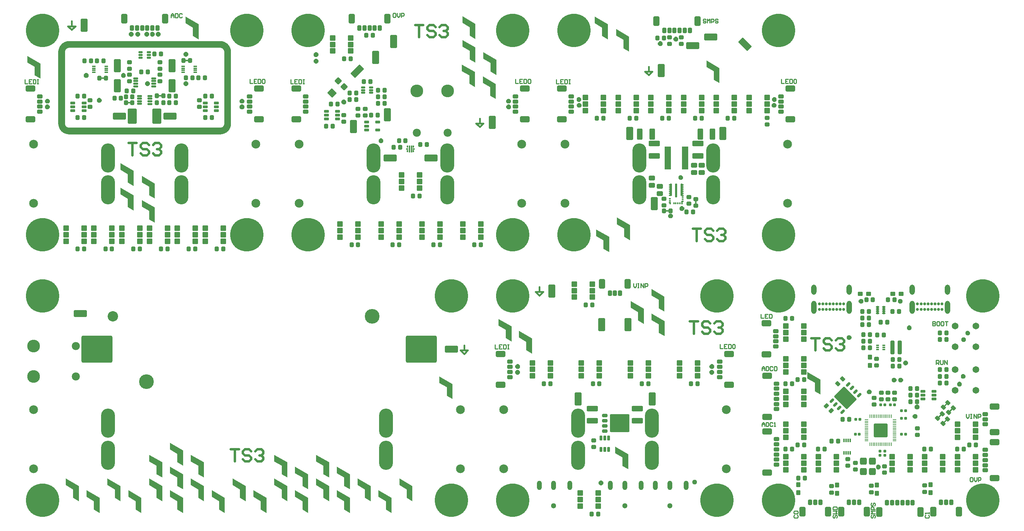
<source format=gts>
%FSLAX25Y25*%
%MOIN*%
%SFA1B1*%

%IPPOS*%
%AMD52*
4,1,8,0.016000,0.003900,-0.016000,0.003900,-0.017200,0.002800,-0.017200,-0.002800,-0.016000,-0.003900,0.016000,-0.003900,0.017200,-0.002800,0.017200,0.002800,0.016000,0.003900,0.0*
1,1,0.002360,0.016000,0.002800*
1,1,0.002360,-0.016000,0.002800*
1,1,0.002360,-0.016000,-0.002800*
1,1,0.002360,0.016000,-0.002800*
%
%AMD56*
4,1,8,0.002800,0.017200,-0.002800,0.017200,-0.003900,0.016000,-0.003900,-0.016000,-0.002800,-0.017200,0.002800,-0.017200,0.003900,-0.016000,0.003900,0.016000,0.002800,0.017200,0.0*
1,1,0.002360,0.002800,0.016000*
1,1,0.002360,-0.002800,0.016000*
1,1,0.002360,-0.002800,-0.016000*
1,1,0.002360,0.002800,-0.016000*
%
%AMD61*
4,1,8,0.000000,-0.049200,0.000000,-0.049200,0.025600,-0.023600,0.025600,0.023600,0.000000,0.049200,0.000000,0.049200,-0.025600,0.023600,-0.025600,-0.023600,0.000000,-0.049200,0.0*
1,1,0.051180,0.000000,-0.023600*
1,1,0.051180,0.000000,-0.023600*
1,1,0.051180,0.000000,0.023600*
1,1,0.051180,0.000000,0.023600*
%
%AMD101*
4,1,8,0.025600,-0.037400,0.025600,0.037400,0.000000,0.063000,0.000000,0.063000,-0.025600,0.037400,-0.025600,-0.037400,0.000000,-0.063000,0.000000,-0.063000,0.025600,-0.037400,0.0*
1,1,0.051180,0.000000,-0.037400*
1,1,0.051180,0.000000,0.037400*
1,1,0.051180,0.000000,0.037400*
1,1,0.051180,0.000000,-0.037400*
%
%AMD103*
4,1,8,0.000000,-0.031500,0.000000,-0.031500,0.013800,-0.017700,0.013800,0.017700,0.000000,0.031500,0.000000,0.031500,-0.013800,0.017700,-0.013800,-0.017700,0.000000,-0.031500,0.0*
1,1,0.027560,0.000000,-0.017700*
1,1,0.027560,0.000000,-0.017700*
1,1,0.027560,0.000000,0.017700*
1,1,0.027560,0.000000,0.017700*
%
%AMD163*
4,1,8,-0.005900,0.007300,-0.005900,-0.007300,-0.003000,-0.010200,0.003000,-0.010200,0.005900,-0.007300,0.005900,0.007300,0.003000,0.010200,-0.003000,0.010200,-0.005900,0.007300,0.0*
1,1,0.005900,-0.003000,0.007300*
1,1,0.005900,-0.003000,-0.007300*
1,1,0.005900,0.003000,-0.007300*
1,1,0.005900,0.003000,0.007300*
%
%AMD164*
4,1,8,-0.003000,-0.010500,0.003000,-0.010500,0.005900,-0.007600,0.005900,0.007600,0.003000,0.010500,-0.003000,0.010500,-0.005900,0.007600,-0.005900,-0.007600,-0.003000,-0.010500,0.0*
1,1,0.005900,-0.003000,-0.007600*
1,1,0.005900,0.003000,-0.007600*
1,1,0.005900,0.003000,0.007600*
1,1,0.005900,-0.003000,0.007600*
%
%AMD165*
4,1,8,-0.010500,0.003000,-0.010500,-0.003000,-0.007600,-0.005900,0.007600,-0.005900,0.010500,-0.003000,0.010500,0.003000,0.007600,0.005900,-0.007600,0.005900,-0.010500,0.003000,0.0*
1,1,0.005900,-0.007600,0.003000*
1,1,0.005900,-0.007600,-0.003000*
1,1,0.005900,0.007600,-0.003000*
1,1,0.005900,0.007600,0.003000*
%
%AMD166*
4,1,8,0.003000,0.017500,-0.003000,0.017500,-0.005900,0.014500,-0.005900,-0.014500,-0.003000,-0.017500,0.003000,-0.017500,0.005900,-0.014500,0.005900,0.014500,0.003000,0.017500,0.0*
1,1,0.005900,0.003000,0.014500*
1,1,0.005900,-0.003000,0.014500*
1,1,0.005900,-0.003000,-0.014500*
1,1,0.005900,0.003000,-0.014500*
%
%AMD167*
4,1,8,-0.010200,0.003000,-0.010200,-0.003000,-0.007300,-0.005900,0.007300,-0.005900,0.010200,-0.003000,0.010200,0.003000,0.007300,0.005900,-0.007300,0.005900,-0.010200,0.003000,0.0*
1,1,0.005900,-0.007300,0.003000*
1,1,0.005900,-0.007300,-0.003000*
1,1,0.005900,0.007300,-0.003000*
1,1,0.005900,0.007300,0.003000*
%
%AMD168*
4,1,8,0.004700,0.067000,-0.004700,0.067000,-0.009400,0.062300,-0.009400,-0.062300,-0.004700,-0.067000,0.004700,-0.067000,0.009400,-0.062300,0.009400,0.062300,0.004700,0.067000,0.0*
1,1,0.009440,0.004700,0.062300*
1,1,0.009440,-0.004700,0.062300*
1,1,0.009440,-0.004700,-0.062300*
1,1,0.009440,0.004700,-0.062300*
%
%AMD169*
4,1,8,0.005800,0.059100,-0.005800,0.059100,-0.011600,0.053200,-0.011600,-0.053200,-0.005800,-0.059100,0.005800,-0.059100,0.011600,-0.053200,0.011600,0.053200,0.005800,0.059100,0.0*
1,1,0.011620,0.005800,0.053200*
1,1,0.011620,-0.005800,0.053200*
1,1,0.011620,-0.005800,-0.053200*
1,1,0.011620,0.005800,-0.053200*
%
%AMD170*
4,1,8,-0.134100,-0.130300,0.134100,-0.130300,0.149800,-0.114600,0.149800,0.114600,0.134100,0.130300,-0.134100,0.130300,-0.149800,0.114600,-0.149800,-0.114600,-0.134100,-0.130300,0.0*
1,1,0.031380,-0.134100,-0.114600*
1,1,0.031380,0.134100,-0.114600*
1,1,0.031380,0.134100,0.114600*
1,1,0.031380,-0.134100,0.114600*
%
%AMD171*
4,1,8,-0.062000,0.026600,-0.062000,-0.026600,-0.056100,-0.032500,0.056100,-0.032500,0.062000,-0.026600,0.062000,0.026600,0.056100,0.032500,-0.056100,0.032500,-0.062000,0.026600,0.0*
1,1,0.011820,-0.056100,0.026600*
1,1,0.011820,-0.056100,-0.026600*
1,1,0.011820,0.056100,-0.026600*
1,1,0.011820,0.056100,0.026600*
%
%AMD172*
4,1,8,-0.026600,-0.062000,0.026600,-0.062000,0.032500,-0.056100,0.032500,0.056100,0.026600,0.062000,-0.026600,0.062000,-0.032500,0.056100,-0.032500,-0.056100,-0.026600,-0.062000,0.0*
1,1,0.011820,-0.026600,-0.056100*
1,1,0.011820,0.026600,-0.056100*
1,1,0.011820,0.026600,0.056100*
1,1,0.011820,-0.026600,0.056100*
%
%AMD173*
4,1,8,-0.018700,0.015600,-0.018700,-0.015600,-0.012600,-0.021700,0.012600,-0.021700,0.018700,-0.015600,0.018700,0.015600,0.012600,0.021700,-0.012600,0.021700,-0.018700,0.015600,0.0*
1,1,0.012200,-0.012600,0.015600*
1,1,0.012200,-0.012600,-0.015600*
1,1,0.012200,0.012600,-0.015600*
1,1,0.012200,0.012600,0.015600*
%
%AMD174*
4,1,8,0.015400,0.009800,-0.015400,0.009800,-0.019700,0.005500,-0.019700,-0.005500,-0.015400,-0.009800,0.015400,-0.009800,0.019700,-0.005500,0.019700,0.005500,0.015400,0.009800,0.0*
1,1,0.008660,0.015400,0.005500*
1,1,0.008660,-0.015400,0.005500*
1,1,0.008660,-0.015400,-0.005500*
1,1,0.008660,0.015400,-0.005500*
%
%AMD175*
4,1,8,-0.017700,0.004100,-0.017700,-0.004100,-0.014000,-0.007900,0.014000,-0.007900,0.017700,-0.004100,0.017700,0.004100,0.014000,0.007900,-0.014000,0.007900,-0.017700,0.004100,0.0*
1,1,0.007480,-0.014000,0.004100*
1,1,0.007480,-0.014000,-0.004100*
1,1,0.007480,0.014000,-0.004100*
1,1,0.007480,0.014000,0.004100*
%
%AMD176*
4,1,8,-0.045300,0.020500,-0.045300,-0.020500,-0.037200,-0.028600,0.037200,-0.028600,0.045300,-0.020500,0.045300,0.020500,0.037200,0.028600,-0.037200,0.028600,-0.045300,0.020500,0.0*
1,1,0.016240,-0.037200,0.020500*
1,1,0.016240,-0.037200,-0.020500*
1,1,0.016240,0.037200,-0.020500*
1,1,0.016240,0.037200,0.020500*
%
%AMD177*
4,1,8,-0.026600,0.012600,-0.026600,-0.012600,-0.020500,-0.018700,0.020500,-0.018700,0.026600,-0.012600,0.026600,0.012600,0.020500,0.018700,-0.020500,0.018700,-0.026600,0.012600,0.0*
1,1,0.012200,-0.020500,0.012600*
1,1,0.012200,-0.020500,-0.012600*
1,1,0.012200,0.020500,-0.012600*
1,1,0.012200,0.020500,0.012600*
%
%AMD178*
4,1,8,0.018900,0.026600,-0.018900,0.026600,-0.026600,0.018900,-0.026600,-0.018900,-0.018900,-0.026600,0.018900,-0.026600,0.026600,-0.018900,0.026600,0.018900,0.018900,0.026600,0.0*
1,1,0.015360,0.018900,0.018900*
1,1,0.015360,-0.018900,0.018900*
1,1,0.015360,-0.018900,-0.018900*
1,1,0.015360,0.018900,-0.018900*
%
%AMD179*
4,1,8,0.012600,0.026600,-0.012600,0.026600,-0.018700,0.020500,-0.018700,-0.020500,-0.012600,-0.026600,0.012600,-0.026600,0.018700,-0.020500,0.018700,0.020500,0.012600,0.026600,0.0*
1,1,0.012200,0.012600,0.020500*
1,1,0.012200,-0.012600,0.020500*
1,1,0.012200,-0.012600,-0.020500*
1,1,0.012200,0.012600,-0.020500*
%
%AMD180*
4,1,8,0.020500,0.045300,-0.020500,0.045300,-0.028600,0.037200,-0.028600,-0.037200,-0.020500,-0.045300,0.020500,-0.045300,0.028600,-0.037200,0.028600,0.037200,0.020500,0.045300,0.0*
1,1,0.016240,0.020500,0.037200*
1,1,0.016240,-0.020500,0.037200*
1,1,0.016240,-0.020500,-0.037200*
1,1,0.016240,0.020500,-0.037200*
%
%AMD181*
4,1,8,-0.018900,-0.009800,0.018900,-0.009800,0.021700,-0.007100,0.021700,0.007100,0.018900,0.009800,-0.018900,0.009800,-0.021700,0.007100,-0.021700,-0.007100,-0.018900,-0.009800,0.0*
1,1,0.005520,-0.018900,-0.007100*
1,1,0.005520,0.018900,-0.007100*
1,1,0.005520,0.018900,0.007100*
1,1,0.005520,-0.018900,0.007100*
%
%AMD182*
4,1,8,0.018900,0.010200,-0.018900,0.010200,-0.022000,0.007100,-0.022000,-0.007100,-0.018900,-0.010200,0.018900,-0.010200,0.022000,-0.007100,0.022000,0.007100,0.018900,0.010200,0.0*
1,1,0.006300,0.018900,0.007100*
1,1,0.006300,-0.018900,0.007100*
1,1,0.006300,-0.018900,-0.007100*
1,1,0.006300,0.018900,-0.007100*
%
%AMD183*
4,1,8,-0.015600,-0.018700,0.015600,-0.018700,0.021700,-0.012600,0.021700,0.012600,0.015600,0.018700,-0.015600,0.018700,-0.021700,0.012600,-0.021700,-0.012600,-0.015600,-0.018700,0.0*
1,1,0.012200,-0.015600,-0.012600*
1,1,0.012200,0.015600,-0.012600*
1,1,0.012200,0.015600,0.012600*
1,1,0.012200,-0.015600,0.012600*
%
%AMD184*
4,1,8,-0.016900,-0.013900,0.016900,-0.013900,0.022100,-0.008800,0.022100,0.008800,0.016900,0.013900,-0.016900,0.013900,-0.022100,0.008800,-0.022100,-0.008800,-0.016900,-0.013900,0.0*
1,1,0.010300,-0.016900,-0.008800*
1,1,0.010300,0.016900,-0.008800*
1,1,0.010300,0.016900,0.008800*
1,1,0.010300,-0.016900,0.008800*
%
%AMD185*
4,1,8,-0.042300,0.066900,-0.042300,-0.066900,-0.035400,-0.073800,0.035400,-0.073800,0.042300,-0.066900,0.042300,0.066900,0.035400,0.073800,-0.035400,0.073800,-0.042300,0.066900,0.0*
1,1,0.013780,-0.035400,0.066900*
1,1,0.013780,-0.035400,-0.066900*
1,1,0.013780,0.035400,-0.066900*
1,1,0.013780,0.035400,0.066900*
%
%AMD187*
4,1,8,0.005400,-0.032200,0.032200,-0.005400,0.032200,0.005400,0.005400,0.032200,-0.005400,0.032200,-0.032200,0.005400,-0.032200,-0.005400,-0.005400,-0.032200,0.005400,-0.032200,0.0*
1,1,0.015360,0.000000,-0.026700*
1,1,0.015360,0.026700,0.000000*
1,1,0.015360,0.000000,0.026700*
1,1,0.015360,-0.026700,0.000000*
%
%AMD188*
4,1,8,-0.041100,-0.004900,-0.004900,-0.041100,0.007600,-0.041000,0.041000,-0.007600,0.041100,0.004900,0.004900,0.041100,-0.007600,0.041000,-0.041000,0.007600,-0.041100,-0.004900,0.0*
1,1,0.017720,-0.034800,0.001400*
1,1,0.017720,0.001400,-0.034800*
1,1,0.017720,0.034800,-0.001400*
1,1,0.017720,-0.001400,0.034800*
%
%AMD189*
4,1,8,-0.062600,-0.025000,-0.025000,-0.062600,-0.016700,-0.062600,0.062600,0.016700,0.062600,0.025000,0.025000,0.062600,0.016700,0.062600,-0.062600,-0.016700,-0.062600,-0.025000,0.0*
1,1,0.011820,-0.058500,-0.020900*
1,1,0.011820,-0.020900,-0.058500*
1,1,0.011820,0.058500,0.020900*
1,1,0.011820,0.020900,0.058500*
%
%AMD190*
4,1,8,0.004800,0.015500,-0.004800,0.015500,-0.007000,0.013300,-0.007000,-0.013300,-0.004800,-0.015500,0.004800,-0.015500,0.007000,-0.013300,0.007000,0.013300,0.004800,0.015500,0.0*
1,1,0.004360,0.004800,0.013300*
1,1,0.004360,-0.004800,0.013300*
1,1,0.004360,-0.004800,-0.013300*
1,1,0.004360,0.004800,-0.013300*
%
%AMD191*
4,1,8,-0.007000,0.008300,-0.007000,-0.008300,-0.004800,-0.010500,0.004800,-0.010500,0.007000,-0.008300,0.007000,0.008300,0.004800,0.010500,-0.004800,0.010500,-0.007000,0.008300,0.0*
1,1,0.004360,-0.004800,0.008300*
1,1,0.004360,-0.004800,-0.008300*
1,1,0.004360,0.004800,-0.008300*
1,1,0.004360,0.004800,0.008300*
%
%AMD192*
4,1,8,0.010000,-0.004800,0.010000,0.004800,0.007800,0.007000,-0.007800,0.007000,-0.010000,0.004800,-0.010000,-0.004800,-0.007800,-0.007000,0.007800,-0.007000,0.010000,-0.004800,0.0*
1,1,0.004360,0.007800,-0.004800*
1,1,0.004360,0.007800,0.004800*
1,1,0.004360,-0.007800,0.004800*
1,1,0.004360,-0.007800,-0.004800*
%
%AMD193*
4,1,8,-0.024300,-0.002200,-0.002200,-0.024300,0.006400,-0.024300,0.024300,-0.006400,0.024300,0.002200,0.002200,0.024300,-0.006400,0.024300,-0.024300,0.006400,-0.024300,-0.002200,0.0*
1,1,0.012200,-0.019900,0.002100*
1,1,0.012200,0.002100,-0.019900*
1,1,0.012200,0.019900,-0.002100*
1,1,0.012200,-0.002100,0.019900*
%
%AMD194*
4,1,8,-0.019700,0.018300,-0.019700,-0.018300,-0.013400,-0.024600,0.013400,-0.024600,0.019700,-0.018300,0.019700,0.018300,0.013400,0.024600,-0.013400,0.024600,-0.019700,0.018300,0.0*
1,1,0.012600,-0.013400,0.018300*
1,1,0.012600,-0.013400,-0.018300*
1,1,0.012600,0.013400,-0.018300*
1,1,0.012600,0.013400,0.018300*
%
%AMD195*
4,1,8,-0.009800,-0.012800,0.009800,-0.012800,0.014800,-0.007900,0.014800,0.007900,0.009800,0.012800,-0.009800,0.012800,-0.014800,0.007900,-0.014800,-0.007900,-0.009800,-0.012800,0.0*
1,1,0.009840,-0.009800,-0.007900*
1,1,0.009840,0.009800,-0.007900*
1,1,0.009840,0.009800,0.007900*
1,1,0.009840,-0.009800,0.007900*
%
%AMD196*
4,1,8,-0.018300,-0.019700,0.018300,-0.019700,0.024600,-0.013400,0.024600,0.013400,0.018300,0.019700,-0.018300,0.019700,-0.024600,0.013400,-0.024600,-0.013400,-0.018300,-0.019700,0.0*
1,1,0.012600,-0.018300,-0.013400*
1,1,0.012600,0.018300,-0.013400*
1,1,0.012600,0.018300,0.013400*
1,1,0.012600,-0.018300,0.013400*
%
%AMD197*
4,1,8,-0.004100,-0.017700,0.004100,-0.017700,0.007900,-0.014000,0.007900,0.014000,0.004100,0.017700,-0.004100,0.017700,-0.007900,0.014000,-0.007900,-0.014000,-0.004100,-0.017700,0.0*
1,1,0.007540,-0.004100,-0.014000*
1,1,0.007540,0.004100,-0.014000*
1,1,0.007540,0.004100,0.014000*
1,1,0.007540,-0.004100,0.014000*
%
%AMD198*
4,1,8,0.011000,0.008900,-0.011000,0.008900,-0.015700,0.004100,-0.015700,-0.004100,-0.011000,-0.008900,0.011000,-0.008900,0.015700,-0.004100,0.015700,0.004100,0.011000,0.008900,0.0*
1,1,0.009440,0.011000,0.004100*
1,1,0.009440,-0.011000,0.004100*
1,1,0.009440,-0.011000,-0.004100*
1,1,0.009440,0.011000,-0.004100*
%
%AMD199*
4,1,8,0.059800,0.065900,-0.059800,0.065900,-0.065900,0.059800,-0.065900,-0.059800,-0.059800,-0.065900,0.059800,-0.065900,0.065900,-0.059800,0.065900,0.059800,0.059800,0.065900,0.0*
1,1,0.012200,0.059800,0.059800*
1,1,0.012200,-0.059800,0.059800*
1,1,0.012200,-0.059800,-0.059800*
1,1,0.012200,0.059800,-0.059800*
%
%AMD200*
4,1,8,0.020700,0.034400,-0.020700,0.034400,-0.032500,0.022600,-0.032500,-0.022600,-0.020700,-0.034400,0.020700,-0.034400,0.032500,-0.022600,0.032500,0.022600,0.020700,0.034400,0.0*
1,1,0.023620,0.020700,0.022600*
1,1,0.023620,-0.020700,0.022600*
1,1,0.023620,-0.020700,-0.022600*
1,1,0.023620,0.020700,-0.022600*
%
%AMD201*
4,1,8,0.012800,-0.009800,0.012800,0.009800,0.007900,0.014800,-0.007900,0.014800,-0.012800,0.009800,-0.012800,-0.009800,-0.007900,-0.014800,0.007900,-0.014800,0.012800,-0.009800,0.0*
1,1,0.009840,0.007900,-0.009800*
1,1,0.009840,0.007900,0.009800*
1,1,0.009840,-0.007900,0.009800*
1,1,0.009840,-0.007900,-0.009800*
%
%AMD202*
4,1,8,-0.012800,-0.065900,0.012800,-0.065900,0.018900,-0.059800,0.018900,0.059800,0.012800,0.065900,-0.012800,0.065900,-0.018900,0.059800,-0.018900,-0.059800,-0.012800,-0.065900,0.0*
1,1,0.012280,-0.012800,-0.059800*
1,1,0.012280,0.012800,-0.059800*
1,1,0.012280,0.012800,0.059800*
1,1,0.012280,-0.012800,0.059800*
%
%AMD203*
4,1,8,-0.002200,0.024300,-0.024300,0.002200,-0.024300,-0.006400,-0.006400,-0.024300,0.002200,-0.024300,0.024300,-0.002200,0.024300,0.006400,0.006400,0.024300,-0.002200,0.024300,0.0*
1,1,0.012200,0.002100,0.019900*
1,1,0.012200,-0.019900,-0.002100*
1,1,0.012200,-0.002100,-0.019900*
1,1,0.012200,0.019900,0.002100*
%
%AMD204*
4,1,8,-0.011000,-0.006900,0.011000,-0.006900,0.013800,-0.004100,0.013800,0.004100,0.011000,0.006900,-0.011000,0.006900,-0.013800,0.004100,-0.013800,-0.004100,-0.011000,-0.006900,0.0*
1,1,0.005520,-0.011000,-0.004100*
1,1,0.005520,0.011000,-0.004100*
1,1,0.005520,0.011000,0.004100*
1,1,0.005520,-0.011000,0.004100*
%
%AMD205*
4,1,8,0.004400,0.021100,-0.021100,-0.004400,-0.021100,-0.012300,-0.012300,-0.021100,-0.004400,-0.021100,0.021100,0.004400,0.021100,0.012300,0.012300,0.021100,0.004400,0.021100,0.0*
1,1,0.011220,0.008300,0.017100*
1,1,0.011220,-0.017100,-0.008300*
1,1,0.011220,-0.008300,-0.017100*
1,1,0.011220,0.017100,0.008300*
%
%AMD206*
4,1,8,-0.018400,0.105500,-0.105500,0.018400,-0.105500,0.006600,0.006600,-0.105500,0.018400,-0.105500,0.105500,-0.018400,0.105500,-0.006600,-0.006600,0.105500,-0.018400,0.105500,0.0*
1,1,0.016620,-0.012500,0.099600*
1,1,0.016620,-0.099600,0.012500*
1,1,0.016620,0.012500,-0.099600*
1,1,0.016620,0.099600,-0.012500*
%
%AMD207*
4,1,8,0.022500,0.111200,-0.022500,0.111200,-0.031100,0.102600,-0.031100,-0.102600,-0.022500,-0.111200,0.022500,-0.111200,0.031100,-0.102600,0.031100,0.102600,0.022500,0.111200,0.0*
1,1,0.017160,0.022500,0.102600*
1,1,0.017160,-0.022500,0.102600*
1,1,0.017160,-0.022500,-0.102600*
1,1,0.017160,0.022500,-0.102600*
%
%AMD208*
4,1,8,0.046700,0.025600,-0.046700,0.025600,-0.054100,0.018100,-0.054100,-0.018100,-0.046700,-0.025600,0.046700,-0.025600,0.054100,-0.018100,0.054100,0.018100,0.046700,0.025600,0.0*
1,1,0.014960,0.046700,0.018100*
1,1,0.014960,-0.046700,0.018100*
1,1,0.014960,-0.046700,-0.018100*
1,1,0.014960,0.046700,-0.018100*
%
%AMD209*
4,1,8,0.022600,0.022600,-0.022600,0.022600,-0.029500,0.015700,-0.029500,-0.015700,-0.022600,-0.022600,0.022600,-0.022600,0.029500,-0.015700,0.029500,0.015700,0.022600,0.022600,0.0*
1,1,0.013780,0.022600,0.015700*
1,1,0.013780,-0.022600,0.015700*
1,1,0.013780,-0.022600,-0.015700*
1,1,0.013780,0.022600,-0.015700*
%
%AMD210*
4,1,8,-0.025600,0.046700,-0.025600,-0.046700,-0.018100,-0.054100,0.018100,-0.054100,0.025600,-0.046700,0.025600,0.046700,0.018100,0.054100,-0.018100,0.054100,-0.025600,0.046700,0.0*
1,1,0.014960,-0.018100,0.046700*
1,1,0.014960,-0.018100,-0.046700*
1,1,0.014960,0.018100,-0.046700*
1,1,0.014960,0.018100,0.046700*
%
%AMD211*
4,1,8,0.025000,-0.062600,0.062600,-0.025000,0.062600,-0.016700,-0.016700,0.062600,-0.025000,0.062600,-0.062600,0.025000,-0.062600,0.016700,0.016700,-0.062600,0.025000,-0.062600,0.0*
1,1,0.011820,0.020900,-0.058500*
1,1,0.011820,0.058500,-0.020900*
1,1,0.011820,-0.020900,0.058500*
1,1,0.011820,-0.058500,0.020900*
%
%AMD212*
4,1,8,-0.013900,0.016900,-0.013900,-0.016900,-0.008800,-0.022100,0.008800,-0.022100,0.013900,-0.016900,0.013900,0.016900,0.008800,0.022100,-0.008800,0.022100,-0.013900,0.016900,0.0*
1,1,0.010300,-0.008800,0.016900*
1,1,0.010300,-0.008800,-0.016900*
1,1,0.010300,0.008800,-0.016900*
1,1,0.010300,0.008800,0.016900*
%
%AMD213*
4,1,8,0.093500,-0.078500,0.093500,0.078500,0.086400,0.085600,-0.086400,0.085600,-0.093500,0.078500,-0.093500,-0.078500,-0.086400,-0.085600,0.086400,-0.085600,0.093500,-0.078500,0.0*
1,1,0.014180,0.086400,-0.078500*
1,1,0.014180,0.086400,0.078500*
1,1,0.014180,-0.086400,0.078500*
1,1,0.014180,-0.086400,-0.078500*
%
%AMD214*
4,1,8,0.019900,0.016700,-0.019900,0.016700,-0.025600,0.011000,-0.025600,-0.011000,-0.019900,-0.016700,0.019900,-0.016700,0.025600,-0.011000,0.025600,0.011000,0.019900,0.016700,0.0*
1,1,0.011420,0.019900,0.011000*
1,1,0.011420,-0.019900,0.011000*
1,1,0.011420,-0.019900,-0.011000*
1,1,0.011420,0.019900,-0.011000*
%
%ADD31C,0.023620*%
%ADD33C,0.015750*%
%ADD35C,0.009840*%
G04~CAMADD=52~8~0.0~0.0~344.5~78.7~11.8~0.0~15~0.0~0.0~0.0~0.0~0~0.0~0.0~0.0~0.0~0~0.0~0.0~0.0~0.0~344.5~78.7*
%ADD52D52*%
G04~CAMADD=56~8~0.0~0.0~78.7~344.5~11.8~0.0~15~0.0~0.0~0.0~0.0~0~0.0~0.0~0.0~0.0~0~0.0~0.0~0.0~0.0~78.7~344.5*
%ADD56D56*%
G04~CAMADD=61~8~0.0~0.0~511.8~984.3~255.9~0.0~15~0.0~0.0~0.0~0.0~0~0.0~0.0~0.0~0.0~0~0.0~0.0~0.0~180.0~512.0~983.0*
%ADD61D61*%
G04~CAMADD=101~8~0.0~0.0~1259.8~511.8~255.9~0.0~15~0.0~0.0~0.0~0.0~0~0.0~0.0~0.0~0.0~0~0.0~0.0~0.0~270.0~512.0~1259.0*
%ADD101D101*%
%ADD102C,0.027560*%
G04~CAMADD=103~8~0.0~0.0~275.6~629.9~137.8~0.0~15~0.0~0.0~0.0~0.0~0~0.0~0.0~0.0~0.0~0~0.0~0.0~0.0~180.0~276.0~629.0*
%ADD103D103*%
%ADD105C,0.051180*%
G04~CAMADD=163~8~0.0~0.0~204.7~118.1~29.5~0.0~15~0.0~0.0~0.0~0.0~0~0.0~0.0~0.0~0.0~0~0.0~0.0~0.0~90.0~118.0~204.0*
%ADD163D163*%
G04~CAMADD=164~8~0.0~0.0~118.1~210.6~29.5~0.0~15~0.0~0.0~0.0~0.0~0~0.0~0.0~0.0~0.0~0~0.0~0.0~0.0~180.0~118.0~210.0*
%ADD164D164*%
G04~CAMADD=165~8~0.0~0.0~118.1~210.6~29.5~0.0~15~0.0~0.0~0.0~0.0~0~0.0~0.0~0.0~0.0~0~0.0~0.0~0.0~90.0~210.0~118.0*
%ADD165D165*%
G04~CAMADD=166~8~0.0~0.0~118.1~349.6~29.5~0.0~15~0.0~0.0~0.0~0.0~0~0.0~0.0~0.0~0.0~0~0.0~0.0~0.0~0.0~118.1~349.6*
%ADD166D166*%
G04~CAMADD=167~8~0.0~0.0~118.1~204.7~29.5~0.0~15~0.0~0.0~0.0~0.0~0~0.0~0.0~0.0~0.0~0~0.0~0.0~0.0~90.0~204.0~118.0*
%ADD167D167*%
G04~CAMADD=168~8~0.0~0.0~189.0~1340.6~47.2~0.0~15~0.0~0.0~0.0~0.0~0~0.0~0.0~0.0~0.0~0~0.0~0.0~0.0~0.0~189.0~1340.6*
%ADD168D168*%
G04~CAMADD=169~8~0.0~0.0~232.3~1181.1~58.1~0.0~15~0.0~0.0~0.0~0.0~0~0.0~0.0~0.0~0.0~0~0.0~0.0~0.0~0.0~232.3~1181.1*
%ADD169D169*%
G04~CAMADD=170~8~0.0~0.0~2996.1~2606.3~156.9~0.0~15~0.0~0.0~0.0~0.0~0~0.0~0.0~0.0~0.0~0~0.0~0.0~0.0~180.0~2996.0~2606.0*
%ADD170D170*%
G04~CAMADD=171~8~0.0~0.0~649.6~1240.2~59.1~0.0~15~0.0~0.0~0.0~0.0~0~0.0~0.0~0.0~0.0~0~0.0~0.0~0.0~90.0~1241.0~650.0*
%ADD171D171*%
G04~CAMADD=172~8~0.0~0.0~649.6~1240.2~59.1~0.0~15~0.0~0.0~0.0~0.0~0~0.0~0.0~0.0~0.0~0~0.0~0.0~0.0~180.0~650.0~1240.0*
%ADD172D172*%
G04~CAMADD=173~8~0.0~0.0~433.1~374.0~61.0~0.0~15~0.0~0.0~0.0~0.0~0~0.0~0.0~0.0~0.0~0~0.0~0.0~0.0~90.0~375.0~434.0*
%ADD173D173*%
G04~CAMADD=174~8~0.0~0.0~393.7~196.8~43.3~0.0~15~0.0~0.0~0.0~0.0~0~0.0~0.0~0.0~0.0~0~0.0~0.0~0.0~0.0~393.7~196.8*
%ADD174D174*%
G04~CAMADD=175~8~0.0~0.0~157.5~354.3~37.4~0.0~15~0.0~0.0~0.0~0.0~0~0.0~0.0~0.0~0.0~0~0.0~0.0~0.0~90.0~354.0~158.0*
%ADD175D175*%
G04~CAMADD=176~8~0.0~0.0~571.8~906.5~81.2~0.0~15~0.0~0.0~0.0~0.0~0~0.0~0.0~0.0~0.0~0~0.0~0.0~0.0~90.0~907.0~572.0*
%ADD176D176*%
G04~CAMADD=177~8~0.0~0.0~374.0~531.5~61.0~0.0~15~0.0~0.0~0.0~0.0~0~0.0~0.0~0.0~0.0~0~0.0~0.0~0.0~90.0~532.0~375.0*
%ADD177D177*%
G04~CAMADD=178~8~0.0~0.0~531.5~531.5~76.8~0.0~15~0.0~0.0~0.0~0.0~0~0.0~0.0~0.0~0.0~0~0.0~0.0~0.0~0.0~531.5~531.5*
%ADD178D178*%
G04~CAMADD=179~8~0.0~0.0~374.0~531.5~61.0~0.0~15~0.0~0.0~0.0~0.0~0~0.0~0.0~0.0~0.0~0~0.0~0.0~0.0~0.0~374.0~531.5*
%ADD179D179*%
G04~CAMADD=180~8~0.0~0.0~571.8~906.5~81.2~0.0~15~0.0~0.0~0.0~0.0~0~0.0~0.0~0.0~0.0~0~0.0~0.0~0.0~0.0~571.8~906.5*
%ADD180D180*%
G04~CAMADD=181~8~0.0~0.0~433.1~196.8~27.6~0.0~15~0.0~0.0~0.0~0.0~0~0.0~0.0~0.0~0.0~0~0.0~0.0~0.0~180.0~434.0~197.0*
%ADD181D181*%
G04~CAMADD=182~8~0.0~0.0~441.0~204.7~31.5~0.0~15~0.0~0.0~0.0~0.0~0~0.0~0.0~0.0~0.0~0~0.0~0.0~0.0~0.0~441.0~204.7*
%ADD182D182*%
G04~CAMADD=183~8~0.0~0.0~433.1~374.0~61.0~0.0~15~0.0~0.0~0.0~0.0~0~0.0~0.0~0.0~0.0~0~0.0~0.0~0.0~180.0~434.0~374.0*
%ADD183D183*%
G04~CAMADD=184~8~0.0~0.0~441.9~278.7~51.5~0.0~15~0.0~0.0~0.0~0.0~0~0.0~0.0~0.0~0.0~0~0.0~0.0~0.0~180.0~442.0~278.0*
%ADD184D184*%
G04~CAMADD=185~8~0.0~0.0~1476.4~846.5~68.9~0.0~15~0.0~0.0~0.0~0.0~0~0.0~0.0~0.0~0.0~0~0.0~0.0~0.0~90.0~846.0~1476.0*
%ADD185D185*%
%ADD186C,0.013780*%
G04~CAMADD=187~8~0.0~0.0~531.5~531.5~76.8~0.0~15~0.0~0.0~0.0~0.0~0~0.0~0.0~0.0~0.0~0~0.0~0.0~0.0~225.0~688.0~687.0*
%ADD187D187*%
G04~CAMADD=188~8~0.0~0.0~689.0~649.6~88.6~0.0~15~0.0~0.0~0.0~0.0~0~0.0~0.0~0.0~0.0~0~0.0~0.0~0.0~135.0~874.0~873.0*
%ADD188D188*%
G04~CAMADD=189~8~0.0~0.0~649.6~1240.2~59.1~0.0~15~0.0~0.0~0.0~0.0~0~0.0~0.0~0.0~0.0~0~0.0~0.0~0.0~135.0~1286.0~1287.0*
%ADD189D189*%
G04~CAMADD=190~8~0.0~0.0~139.7~309.7~21.8~0.0~15~0.0~0.0~0.0~0.0~0~0.0~0.0~0.0~0.0~0~0.0~0.0~0.0~0.0~139.7~309.7*
%ADD190D190*%
G04~CAMADD=191~8~0.0~0.0~209.7~139.7~21.8~0.0~15~0.0~0.0~0.0~0.0~0~0.0~0.0~0.0~0.0~0~0.0~0.0~0.0~90.0~140.0~210.0*
%ADD191D191*%
G04~CAMADD=192~8~0.0~0.0~139.7~199.7~21.8~0.0~15~0.0~0.0~0.0~0.0~0~0.0~0.0~0.0~0.0~0~0.0~0.0~0.0~270.0~200.0~140.0*
%ADD192D192*%
G04~CAMADD=193~8~0.0~0.0~433.1~374.0~61.0~0.0~15~0.0~0.0~0.0~0.0~0~0.0~0.0~0.0~0.0~0~0.0~0.0~0.0~135.0~520.0~520.0*
%ADD193D193*%
G04~CAMADD=194~8~0.0~0.0~492.1~393.7~63.0~0.0~15~0.0~0.0~0.0~0.0~0~0.0~0.0~0.0~0.0~0~0.0~0.0~0.0~90.0~394.0~492.0*
%ADD194D194*%
G04~CAMADD=195~8~0.0~0.0~295.3~255.9~49.2~0.0~15~0.0~0.0~0.0~0.0~0~0.0~0.0~0.0~0.0~0~0.0~0.0~0.0~180.0~296.0~256.0*
%ADD195D195*%
G04~CAMADD=196~8~0.0~0.0~492.1~393.7~63.0~0.0~15~0.0~0.0~0.0~0.0~0~0.0~0.0~0.0~0.0~0~0.0~0.0~0.0~180.0~492.0~394.0*
%ADD196D196*%
G04~CAMADD=197~8~0.0~0.0~158.1~355.0~37.7~0.0~15~0.0~0.0~0.0~0.0~0~0.0~0.0~0.0~0.0~0~0.0~0.0~0.0~180.0~158.0~354.0*
%ADD197D197*%
G04~CAMADD=198~8~0.0~0.0~315.0~177.2~47.2~0.0~15~0.0~0.0~0.0~0.0~0~0.0~0.0~0.0~0.0~0~0.0~0.0~0.0~0.0~315.0~177.2*
%ADD198D198*%
G04~CAMADD=199~8~0.0~0.0~1318.9~1318.9~61.0~0.0~15~0.0~0.0~0.0~0.0~0~0.0~0.0~0.0~0.0~0~0.0~0.0~0.0~0.0~1318.9~1318.9*
%ADD199D199*%
G04~CAMADD=200~8~0.0~0.0~649.6~689.0~118.1~0.0~15~0.0~0.0~0.0~0.0~0~0.0~0.0~0.0~0.0~0~0.0~0.0~0.0~0.0~649.6~689.0*
%ADD200D200*%
G04~CAMADD=201~8~0.0~0.0~295.3~255.9~49.2~0.0~15~0.0~0.0~0.0~0.0~0~0.0~0.0~0.0~0.0~0~0.0~0.0~0.0~270.0~256.0~296.0*
%ADD201D201*%
G04~CAMADD=202~8~0.0~0.0~378.0~1318.9~61.4~0.0~15~0.0~0.0~0.0~0.0~0~0.0~0.0~0.0~0.0~0~0.0~0.0~0.0~180.0~378.0~1318.0*
%ADD202D202*%
G04~CAMADD=203~8~0.0~0.0~433.1~374.0~61.0~0.0~15~0.0~0.0~0.0~0.0~0~0.0~0.0~0.0~0.0~0~0.0~0.0~0.0~45.0~521.0~520.0*
%ADD203D203*%
G04~CAMADD=204~8~0.0~0.0~275.6~137.8~27.6~0.0~15~0.0~0.0~0.0~0.0~0~0.0~0.0~0.0~0.0~0~0.0~0.0~0.0~180.0~276.0~138.0*
%ADD204D204*%
G04~CAMADD=205~8~0.0~0.0~472.4~236.2~56.1~0.0~15~0.0~0.0~0.0~0.0~0~0.0~0.0~0.0~0.0~0~0.0~0.0~0.0~45.0~456.0~455.0*
%ADD205D205*%
G04~CAMADD=206~8~0.0~0.0~1397.6~1752.0~83.1~0.0~15~0.0~0.0~0.0~0.0~0~0.0~0.0~0.0~0.0~0~0.0~0.0~0.0~45.0~2159.0~2157.0*
%ADD206D206*%
G04~CAMADD=207~8~0.0~0.0~622.1~2224.4~85.8~0.0~15~0.0~0.0~0.0~0.0~0~0.0~0.0~0.0~0.0~0~0.0~0.0~0.0~0.0~622.1~2224.4*
%ADD207D207*%
G04~CAMADD=208~8~0.0~0.0~1082.7~511.8~74.8~0.0~15~0.0~0.0~0.0~0.0~0~0.0~0.0~0.0~0.0~0~0.0~0.0~0.0~0.0~1082.7~511.8*
%ADD208D208*%
G04~CAMADD=209~8~0.0~0.0~590.6~452.8~68.9~0.0~15~0.0~0.0~0.0~0.0~0~0.0~0.0~0.0~0.0~0~0.0~0.0~0.0~0.0~590.6~452.8*
%ADD209D209*%
G04~CAMADD=210~8~0.0~0.0~1082.7~511.8~74.8~0.0~15~0.0~0.0~0.0~0.0~0~0.0~0.0~0.0~0.0~0~0.0~0.0~0.0~90.0~512.0~1083.0*
%ADD210D210*%
G04~CAMADD=211~8~0.0~0.0~649.6~1240.2~59.1~0.0~15~0.0~0.0~0.0~0.0~0~0.0~0.0~0.0~0.0~0~0.0~0.0~0.0~225.0~1287.0~1286.0*
%ADD211D211*%
G04~CAMADD=212~8~0.0~0.0~441.9~278.7~51.5~0.0~15~0.0~0.0~0.0~0.0~0~0.0~0.0~0.0~0.0~0~0.0~0.0~0.0~90.0~278.0~442.0*
%ADD212D212*%
G04~CAMADD=213~8~0.0~0.0~1712.6~1870.1~70.9~0.0~15~0.0~0.0~0.0~0.0~0~0.0~0.0~0.0~0.0~0~0.0~0.0~0.0~270.0~1870.0~1712.0*
%ADD213D213*%
G04~CAMADD=214~8~0.0~0.0~511.8~334.7~57.1~0.0~15~0.0~0.0~0.0~0.0~0~0.0~0.0~0.0~0.0~0~0.0~0.0~0.0~0.0~511.8~334.7*
%ADD214D214*%
%ADD215C,0.084650*%
%ADD216C,0.122840*%
%ADD217C,0.077950*%
%ADD218C,0.141730*%
%ADD219C,0.100000*%
%ADD220O,0.133860X0.281500*%
%ADD221C,0.320870*%
%ADD222C,0.064960*%
%ADD223O,0.047560X0.091180*%
%LNpanel-1*%
%LPD*%
G36*
X230361Y569584D02*
X230406Y569573D01*
X230437Y569560*
X230449Y569555*
X230489Y569531*
X230524Y569501*
X231705Y568320*
X231736Y568284*
X231760Y568245*
X231765Y568232*
X231778Y568202*
X231789Y568157*
X231792Y568110*
Y566535*
X231789Y566489*
X231778Y566444*
X231765Y566413*
X231760Y566401*
X231736Y566361*
X231705Y566326*
X230524Y565145*
X230489Y565115*
X230449Y565090*
X230437Y565085*
X230406Y565073*
X230361Y565062*
X230315Y565058*
X228740*
X228694Y565062*
X228649Y565073*
X228618Y565085*
X228606Y565090*
X228566Y565115*
X228531Y565145*
X227350Y566326*
X227319Y566361*
X227295Y566401*
X227290Y566413*
X227277Y566444*
X227267Y566489*
X227263Y566535*
Y568110*
X227267Y568157*
X227277Y568202*
X227290Y568232*
X227295Y568245*
X227319Y568284*
X227350Y568320*
X228531Y569501*
X228566Y569531*
X228606Y569555*
X228618Y569560*
X228649Y569573*
X228694Y569584*
X228740Y569588*
X230315*
X230361Y569584*
G37*
G36*
X224850D02*
X224895Y569573D01*
X224925Y569560*
X224938Y569555*
X224977Y569531*
X225013Y569501*
X226194Y568320*
X226224Y568284*
X226248Y568245*
X226253Y568232*
X226266Y568202*
X226277Y568157*
X226280Y568110*
Y566535*
X226277Y566489*
X226266Y566444*
X226253Y566413*
X226248Y566401*
X226224Y566361*
X226194Y566326*
X225013Y565145*
X224977Y565115*
X224938Y565090*
X224925Y565085*
X224895Y565073*
X224850Y565062*
X224803Y565058*
X223228*
X223182Y565062*
X223137Y565073*
X223106Y565085*
X223094Y565090*
X223054Y565115*
X223019Y565145*
X221838Y566326*
X221808Y566361*
X221783Y566401*
X221778Y566413*
X221765Y566444*
X221755Y566489*
X221751Y566535*
Y568110*
X221755Y568157*
X221765Y568202*
X221778Y568232*
X221783Y568245*
X221808Y568284*
X221838Y568320*
X223019Y569501*
X223054Y569531*
X223094Y569555*
X223106Y569560*
X223137Y569573*
X223182Y569584*
X223228Y569588*
X224803*
X224850Y569584*
G37*
G36*
X219338D02*
X219383Y569573D01*
X219413Y569560*
X219426Y569555*
X219465Y569531*
X219501Y569501*
X220682Y568320*
X220712Y568284*
X220736Y568245*
X220742Y568232*
X220754Y568202*
X220765Y568157*
X220769Y568110*
Y566535*
X220765Y566489*
X220754Y566444*
X220742Y566413*
X220736Y566401*
X220712Y566361*
X220682Y566326*
X219501Y565145*
X219465Y565115*
X219426Y565090*
X219413Y565085*
X219383Y565073*
X219338Y565062*
X219291Y565058*
X217717*
X217670Y565062*
X217625Y565073*
X217595Y565085*
X217582Y565090*
X217542Y565115*
X217507Y565145*
X216326Y566326*
X216296Y566361*
X216271Y566401*
X216266Y566413*
X216254Y566444*
X216243Y566489*
X216239Y566535*
Y568110*
X216243Y568157*
X216254Y568202*
X216266Y568232*
X216271Y568245*
X216296Y568284*
X216326Y568320*
X217507Y569501*
X217542Y569531*
X217582Y569555*
X217595Y569560*
X217625Y569573*
X217670Y569584*
X217717Y569588*
X219291*
X219338Y569584*
G37*
G36*
X210676D02*
X210721Y569573D01*
X210752Y569560*
X210764Y569555*
X210804Y569531*
X210839Y569501*
X212020Y568320*
X212051Y568284*
X212075Y568245*
X212080Y568232*
X212093Y568202*
X212104Y568157*
X212107Y568110*
Y566535*
X212104Y566489*
X212093Y566444*
X212080Y566413*
X212075Y566401*
X212051Y566361*
X212020Y566326*
X210839Y565145*
X210804Y565115*
X210764Y565090*
X210752Y565085*
X210721Y565073*
X210676Y565062*
X210630Y565058*
X209055*
X209009Y565062*
X208964Y565073*
X208933Y565085*
X208921Y565090*
X208881Y565115*
X208846Y565145*
X207665Y566326*
X207634Y566361*
X207610Y566401*
X207605Y566413*
X207592Y566444*
X207581Y566489*
X207578Y566535*
Y568110*
X207581Y568157*
X207592Y568202*
X207605Y568232*
X207610Y568245*
X207634Y568284*
X207665Y568320*
X208846Y569501*
X208881Y569531*
X208921Y569555*
X208933Y569560*
X208964Y569573*
X209009Y569584*
X209055Y569588*
X210630*
X210676Y569584*
G37*
G36*
X204377D02*
X204422Y569573D01*
X204453Y569560*
X204465Y569555*
X204505Y569531*
X204540Y569501*
X205721Y568320*
X205751Y568284*
X205776Y568245*
X205781Y568232*
X205793Y568202*
X205804Y568157*
X205808Y568110*
Y566535*
X205804Y566489*
X205793Y566444*
X205781Y566413*
X205776Y566401*
X205751Y566361*
X205721Y566326*
X204540Y565145*
X204505Y565115*
X204465Y565090*
X204453Y565085*
X204422Y565073*
X204377Y565062*
X204331Y565058*
X202756*
X202710Y565062*
X202664Y565073*
X202634Y565085*
X202621Y565090*
X202582Y565115*
X202547Y565145*
X201365Y566326*
X201335Y566361*
X201311Y566401*
X201306Y566413*
X201293Y566444*
X201282Y566489*
X201279Y566535*
Y568110*
X201282Y568157*
X201293Y568202*
X201306Y568232*
X201311Y568245*
X201335Y568284*
X201365Y568320*
X202547Y569501*
X202582Y569531*
X202621Y569555*
X202634Y569560*
X202664Y569573*
X202710Y569584*
X202756Y569588*
X204331*
X204377Y569584*
G37*
G36*
X535018Y577314D02*
Y562766D01*
X529506Y565948*
Y574131*
X522420Y578223*
Y584587*
X535018Y577314*
G37*
G36*
X662577Y576920D02*
Y562372D01*
X657065Y565555*
Y573738*
X649978Y577829*
Y584194*
X662577Y576920*
G37*
G36*
X268482D02*
Y562372D01*
X262971Y565555*
Y573738*
X255884Y577829*
Y584194*
X268482Y576920*
G37*
G36*
X289432Y560729D02*
X289439D01*
X289941Y560704*
X289948Y560703*
X289955*
X290456Y560654*
X290463Y560653*
X290470Y560652*
X290967Y560578*
X290974Y560577*
X290982Y560576*
X291474Y560478*
X291481Y560476*
X291489Y560475*
X291976Y560353*
X291983Y560350*
X291990Y560349*
X292471Y560203*
X292478Y560200*
X292485Y560198*
X292958Y560029*
X292965Y560026*
X292972Y560024*
X293436Y559831*
X293443Y559828*
X293449Y559826*
X293904Y559611*
X293910Y559607*
X293917Y559604*
X294360Y559367*
X294366Y559363*
X294372Y559360*
X294804Y559102*
X294809Y559097*
X294816Y559094*
X295234Y558815*
X295239Y558810*
X295246Y558806*
X295649Y558507*
X295655Y558502*
X295661Y558498*
X296049Y558179*
X296054Y558174*
X296060Y558170*
X296432Y557832*
X296438Y557827*
X296443Y557822*
X296798Y557467*
X296803Y557461*
X296809Y557456*
X297146Y557084*
X297150Y557078*
X297155Y557073*
X297474Y556684*
X297479Y556678*
X297483Y556673*
X297783Y556269*
X297786Y556263*
X297791Y556257*
X298070Y555839*
X298074Y555833*
X298078Y555827*
X298336Y555396*
X298340Y555389*
X298343Y555383*
X298580Y554940*
X298583Y554934*
X298587Y554927*
X298802Y554473*
X298804Y554466*
X298808Y554460*
X299000Y553995*
X299002Y553988*
X299005Y553982*
X299175Y553509*
X299177Y553502*
X299179Y553495*
X299325Y553014*
X299327Y553007*
X299329Y553000*
X299451Y552512*
X299452Y552505*
X299454Y552498*
X299552Y552005*
X299553Y551998*
X299555Y551991*
X299628Y551494*
X299629Y551486*
X299630Y551479*
X299680Y550979*
Y550972*
X299681Y550965*
X299705Y550463*
Y550455*
X299706Y550448*
Y550197*
Y514764*
Y481299*
Y481048*
X299705Y481041*
Y481033*
X299681Y480531*
X299680Y480524*
Y480517*
X299630Y480017*
X299629Y480010*
X299628Y480002*
X299555Y479505*
X299553Y479498*
X299552Y479491*
X299454Y478998*
X299452Y478991*
X299451Y478984*
X299329Y478496*
X299327Y478489*
X299325Y478482*
X299179Y478001*
X299177Y477995*
X299175Y477987*
X299005Y477514*
X299002Y477508*
X299000Y477501*
X298808Y477037*
X298804Y477030*
X298802Y477023*
X298587Y476569*
X298583Y476563*
X298580Y476556*
X298343Y476113*
X298340Y476107*
X298336Y476100*
X298078Y475669*
X298074Y475663*
X298070Y475657*
X297791Y475239*
X297786Y475233*
X297783Y475227*
X297483Y474823*
X297479Y474818*
X297474Y474812*
X297155Y474423*
X297150Y474418*
X297146Y474412*
X296809Y474040*
X296803Y474035*
X296798Y474029*
X296443Y473674*
X296438Y473669*
X296432Y473664*
X296060Y473326*
X296054Y473322*
X296049Y473317*
X295661Y472998*
X295655Y472994*
X295649Y472989*
X295246Y472690*
X295239Y472686*
X295234Y472681*
X294816Y472402*
X294809Y472399*
X294804Y472394*
X294372Y472136*
X294366Y472133*
X294360Y472129*
X293917Y471892*
X293910Y471889*
X293904Y471885*
X293449Y471671*
X293443Y471668*
X293436Y471665*
X292972Y471472*
X292965Y471470*
X292958Y471467*
X292485Y471298*
X292478Y471296*
X292471Y471293*
X291990Y471147*
X291983Y471146*
X291976Y471143*
X291489Y471021*
X291481Y471020*
X291474Y471018*
X290982Y470920*
X290974Y470919*
X290967Y470918*
X290470Y470844*
X290463Y470843*
X290456Y470842*
X289955Y470793*
X289948*
X289941Y470792*
X289439Y470767*
X289432*
X289424*
X143646*
X143639*
X143632*
X143130Y470792*
X143123Y470793*
X143115*
X142615Y470842*
X142608Y470843*
X142601Y470844*
X142104Y470918*
X142097Y470919*
X142089Y470920*
X141596Y471018*
X141589Y471020*
X141582Y471021*
X141095Y471143*
X141088Y471146*
X141081Y471147*
X140600Y471293*
X140593Y471296*
X140586Y471298*
X140113Y471467*
X140106Y471470*
X140099Y471472*
X139635Y471665*
X139628Y471668*
X139622Y471671*
X139167Y471885*
X139161Y471889*
X139154Y471892*
X138711Y472129*
X138705Y472133*
X138698Y472136*
X138267Y472394*
X138261Y472399*
X138255Y472402*
X137837Y472681*
X137831Y472686*
X137825Y472690*
X137422Y472989*
X137416Y472994*
X137410Y472998*
X137022Y473317*
X137016Y473322*
X137011Y473326*
X136638Y473664*
X136633Y473669*
X136628Y473674*
X136272Y474029*
X136268Y474035*
X136262Y474040*
X135925Y474412*
X135920Y474418*
X135915Y474423*
X135597Y474812*
X135592Y474818*
X135588Y474823*
X135288Y475227*
X135284Y475233*
X135280Y475239*
X135001Y475657*
X134997Y475663*
X134993Y475669*
X134734Y476100*
X134731Y476107*
X134727Y476113*
X134490Y476556*
X134487Y476563*
X134484Y476569*
X134269Y477023*
X134266Y477030*
X134263Y477037*
X134071Y477501*
X134069Y477508*
X134066Y477514*
X133896Y477987*
X133894Y477995*
X133892Y478001*
X133746Y478482*
X133744Y478489*
X133742Y478496*
X133620Y478984*
X133619Y478991*
X133617Y478998*
X133519Y479491*
X133518Y479498*
X133516Y479505*
X133442Y480002*
Y480010*
X133441Y480017*
X133391Y480517*
Y480524*
X133390Y480531*
X133366Y481033*
Y481041*
X133365Y481048*
Y481299*
Y511811*
Y514764*
Y550197*
Y550448*
X133366Y550455*
Y550463*
X133390Y550965*
X133391Y550972*
Y550979*
X133441Y551479*
X133442Y551486*
Y551494*
X133516Y551991*
X133518Y551998*
X133519Y552005*
X133617Y552498*
X133619Y552505*
X133620Y552512*
X133742Y553000*
X133744Y553007*
X133746Y553014*
X133892Y553495*
X133894Y553502*
X133896Y553509*
X134066Y553982*
X134069Y553988*
X134071Y553995*
X134263Y554460*
X134266Y554466*
X134269Y554473*
X134484Y554927*
X134487Y554934*
X134490Y554940*
X134727Y555383*
X134731Y555389*
X134734Y555396*
X134993Y555827*
X134997Y555833*
X135001Y555839*
X135280Y556257*
X135284Y556263*
X135288Y556269*
X135588Y556673*
X135592Y556678*
X135597Y556684*
X135915Y557073*
X135920Y557078*
X135925Y557084*
X136262Y557456*
X136268Y557461*
X136272Y557467*
X136628Y557822*
X136633Y557827*
X136638Y557832*
X137011Y558170*
X137016Y558174*
X137022Y558179*
X137410Y558498*
X137416Y558502*
X137422Y558507*
X137825Y558806*
X137831Y558810*
X137837Y558815*
X138255Y559094*
X138261Y559097*
X138267Y559102*
X138698Y559360*
X138705Y559363*
X138711Y559367*
X139154Y559604*
X139161Y559607*
X139167Y559611*
X139622Y559826*
X139628Y559828*
X139635Y559831*
X140099Y560024*
X140106Y560026*
X140113Y560029*
X140586Y560198*
X140593Y560200*
X140600Y560203*
X141081Y560349*
X141088Y560350*
X141095Y560353*
X141582Y560475*
X141589Y560476*
X141596Y560478*
X142089Y560576*
X142097Y560577*
X142104Y560578*
X142601Y560652*
X142608Y560653*
X142615Y560654*
X143115Y560703*
X143123*
X143130Y560704*
X143632Y560729*
X143639*
X143646*
X289424*
X289432*
G37*
G36*
X728787Y564859D02*
X728832Y564849D01*
X728862Y564836*
X728875Y564831*
X728914Y564807*
X728950Y564776*
X730131Y563595*
X730161Y563560*
X730185Y563520*
X730190Y563508*
X730203Y563477*
X730214Y563432*
X730217Y563386*
Y561811*
X730214Y561765*
X730203Y561720*
X730190Y561689*
X730185Y561677*
X730161Y561637*
X730131Y561602*
X728950Y560421*
X728914Y560390*
X728875Y560366*
X728862Y560361*
X728832Y560348*
X728787Y560337*
X728740Y560334*
X727165*
X727119Y560337*
X727074Y560348*
X727043Y560361*
X727031Y560366*
X726991Y560390*
X726956Y560421*
X725775Y561602*
X725745Y561637*
X725720Y561677*
X725715Y561689*
X725702Y561720*
X725692Y561765*
X725688Y561811*
Y563386*
X725692Y563432*
X725702Y563477*
X725715Y563508*
X725720Y563520*
X725745Y563560*
X725775Y563595*
X726956Y564776*
X726991Y564807*
X727031Y564831*
X727043Y564836*
X727074Y564849*
X727119Y564859*
X727165Y564863*
X728740*
X728787Y564859*
G37*
G36*
X713826Y560529D02*
X713871Y560518D01*
X713901Y560505*
X713914Y560500*
X713954Y560476*
X713989Y560446*
X715170Y559265*
X715200Y559229*
X715225Y559190*
X715230Y559177*
X715242Y559147*
X715253Y559101*
X715257Y559055*
Y557480*
X715253Y557434*
X715242Y557389*
X715230Y557358*
X715225Y557346*
X715200Y557306*
X715170Y557271*
X713989Y556090*
X713954Y556060*
X713914Y556035*
X713901Y556030*
X713871Y556017*
X713826Y556007*
X713779Y556003*
X712205*
X712158Y556007*
X712113Y556017*
X712083Y556030*
X712070Y556035*
X712031Y556060*
X711995Y556090*
X710814Y557271*
X710784Y557306*
X710760Y557346*
X710754Y557358*
X710742Y557389*
X710731Y557434*
X710727Y557480*
Y559055*
X710731Y559101*
X710742Y559147*
X710754Y559177*
X710760Y559190*
X710784Y559229*
X710814Y559265*
X711995Y560446*
X712031Y560476*
X712070Y560500*
X712083Y560505*
X712113Y560518*
X712158Y560529*
X712205Y560532*
X713779*
X713826Y560529*
G37*
G36*
X683049Y565109D02*
Y550561D01*
X677538Y553744*
Y561927*
X670451Y566018*
Y572382*
X683049Y565109*
G37*
G36*
X382330Y549899D02*
X382375Y549888D01*
X382405Y549875*
X382418Y549870*
X382458Y549846*
X382493Y549816*
X383674Y548635*
X383704Y548599*
X383729Y548560*
X383734Y548547*
X383746Y548517*
X383757Y548472*
X383761Y548425*
Y546850*
X383757Y546804*
X383746Y546759*
X383734Y546729*
X383729Y546716*
X383704Y546676*
X383674Y546641*
X382493Y545460*
X382458Y545430*
X382418Y545405*
X382405Y545400*
X382375Y545388*
X382330Y545377*
X382283Y545373*
X380709*
X380662Y545377*
X380617Y545388*
X380587Y545400*
X380574Y545405*
X380535Y545430*
X380499Y545460*
X379318Y546641*
X379288Y546676*
X379264Y546716*
X379258Y546729*
X379246Y546759*
X379235Y546804*
X379231Y546850*
Y548425*
X379235Y548472*
X379246Y548517*
X379258Y548547*
X379264Y548560*
X379288Y548599*
X379318Y548635*
X380499Y549816*
X380535Y549846*
X380574Y549870*
X380587Y549875*
X380617Y549888*
X380662Y549899*
X380709Y549902*
X382283*
X382330Y549899*
G37*
G36*
X535018Y554479D02*
Y539931D01*
X529506Y543114*
Y551297*
X522420Y555388*
Y561753*
X535018Y554479*
G37*
G36*
X382367Y543637D02*
X382412Y543626D01*
X382443Y543614*
X382455Y543608*
X382495Y543584*
X382530Y543554*
X383711Y542373*
X383742Y542338*
X383766Y542298*
X383771Y542285*
X383784Y542255*
X383794Y542210*
X383798Y542163*
Y540589*
X383794Y540542*
X383784Y540497*
X383771Y540467*
X383766Y540454*
X383742Y540414*
X383711Y540379*
X382530Y539198*
X382495Y539168*
X382455Y539144*
X382443Y539138*
X382412Y539126*
X382367Y539115*
X382321Y539111*
X380746*
X380700Y539115*
X380655Y539126*
X380624Y539138*
X380612Y539144*
X380572Y539168*
X380537Y539198*
X379356Y540379*
X379325Y540414*
X379301Y540454*
X379296Y540467*
X379283Y540497*
X379272Y540542*
X379269Y540589*
Y542163*
X379272Y542210*
X379283Y542255*
X379296Y542285*
X379301Y542298*
X379325Y542338*
X379356Y542373*
X380537Y543554*
X380572Y543584*
X380612Y543608*
X380624Y543614*
X380655Y543626*
X380700Y543637*
X380746Y543641*
X382321*
X382367Y543637*
G37*
G36*
X555097Y542668D02*
Y528121D01*
X549585Y531303*
Y539486*
X542498Y543577*
Y549942*
X555097Y542668*
G37*
G36*
X116120Y539125D02*
Y524577D01*
X110608Y527759*
Y535942*
X103522Y540034*
Y546398*
X116120Y539125*
G37*
G36*
X770057Y534794D02*
Y520247D01*
X764545Y523429*
Y531612*
X757459Y535703*
Y542068*
X770057Y534794*
G37*
G36*
X534624Y530857D02*
Y516309D01*
X529112Y519492*
Y527675*
X522026Y531766*
Y538131*
X534624Y530857*
G37*
G36*
X554703Y519440D02*
Y504892D01*
X549191Y508074*
Y516257*
X542104Y520349*
Y526713*
X554703Y519440*
G37*
G36*
X823619Y506641D02*
X823664Y506630D01*
X823695Y506618*
X823707Y506612*
X823747Y506588*
X823782Y506558*
X824963Y505377*
X824994Y505341*
X825018Y505302*
X825023Y505289*
X825036Y505259*
X825047Y505214*
X825050Y505167*
Y503592*
X825047Y503546*
X825036Y503501*
X825023Y503471*
X825018Y503458*
X824994Y503418*
X824963Y503383*
X823782Y502202*
X823747Y502172*
X823707Y502147*
X823695Y502142*
X823664Y502130*
X823619Y502119*
X823573Y502115*
X821998*
X821952Y502119*
X821906Y502130*
X821876Y502142*
X821863Y502147*
X821824Y502172*
X821789Y502202*
X820607Y503383*
X820577Y503418*
X820553Y503458*
X820548Y503471*
X820535Y503501*
X820524Y503546*
X820521Y503592*
Y505167*
X820524Y505214*
X820535Y505259*
X820548Y505289*
X820553Y505302*
X820577Y505341*
X820607Y505377*
X821789Y506558*
X821824Y506588*
X821863Y506612*
X821876Y506618*
X821906Y506630*
X821952Y506641*
X821998Y506645*
X823573*
X823619Y506641*
G37*
G36*
X635529D02*
X635574Y506630D01*
X635604Y506618*
X635617Y506612*
X635656Y506588*
X635692Y506558*
X636873Y505377*
X636903Y505341*
X636927Y505302*
X636933Y505289*
X636945Y505259*
X636956Y505214*
X636960Y505167*
Y503592*
X636956Y503546*
X636945Y503501*
X636933Y503471*
X636927Y503458*
X636903Y503418*
X636873Y503383*
X635692Y502202*
X635656Y502172*
X635617Y502147*
X635604Y502142*
X635574Y502130*
X635529Y502119*
X635482Y502115*
X633908*
X633861Y502119*
X633816Y502130*
X633786Y502142*
X633773Y502147*
X633733Y502172*
X633698Y502202*
X632517Y503383*
X632487Y503418*
X632462Y503458*
X632457Y503471*
X632445Y503501*
X632434Y503546*
X632430Y503592*
Y505167*
X632434Y505214*
X632445Y505259*
X632457Y505289*
X632462Y505302*
X632487Y505341*
X632517Y505377*
X633698Y506558*
X633733Y506588*
X633773Y506612*
X633786Y506618*
X633816Y506630*
X633861Y506641*
X633908Y506645*
X635482*
X635529Y506641*
G37*
G36*
X567763Y505017D02*
X567808Y505006D01*
X567838Y504993*
X567851Y504988*
X567891Y504964*
X567926Y504934*
X569107Y503753*
X569137Y503717*
X569162Y503678*
X569167Y503665*
X569179Y503635*
X569190Y503590*
X569194Y503543*
Y501968*
X569190Y501922*
X569179Y501877*
X569167Y501847*
X569162Y501834*
X569137Y501794*
X569107Y501759*
X567926Y500578*
X567891Y500548*
X567851Y500524*
X567838Y500518*
X567808Y500506*
X567763Y500495*
X567717Y500491*
X566142*
X566095Y500495*
X566050Y500506*
X566020Y500518*
X566007Y500524*
X565968Y500548*
X565932Y500578*
X564751Y501759*
X564721Y501794*
X564697Y501834*
X564691Y501847*
X564679Y501877*
X564668Y501922*
X564664Y501968*
Y503543*
X564668Y503590*
X564679Y503635*
X564691Y503665*
X564697Y503678*
X564721Y503717*
X564751Y503753*
X565932Y504934*
X565968Y504964*
X566007Y504988*
X566020Y504993*
X566050Y505006*
X566095Y505017*
X566142Y505021*
X567717*
X567763Y505017*
G37*
G36*
X311070D02*
X311115Y505006D01*
X311145Y504993*
X311158Y504988*
X311198Y504964*
X311233Y504934*
X312414Y503753*
X312444Y503717*
X312469Y503678*
X312474Y503665*
X312486Y503635*
X312497Y503590*
X312501Y503543*
Y501968*
X312497Y501922*
X312486Y501877*
X312474Y501847*
X312469Y501834*
X312444Y501794*
X312414Y501759*
X311233Y500578*
X311198Y500548*
X311158Y500524*
X311145Y500518*
X311115Y500506*
X311070Y500495*
X311024Y500491*
X309449*
X309402Y500495*
X309357Y500506*
X309327Y500518*
X309314Y500524*
X309275Y500548*
X309239Y500578*
X308058Y501759*
X308028Y501794*
X308004Y501834*
X307999Y501847*
X307986Y501877*
X307975Y501922*
X307972Y501968*
Y503543*
X307975Y503590*
X307986Y503635*
X307999Y503665*
X308004Y503678*
X308028Y503717*
X308058Y503753*
X309239Y504934*
X309275Y504964*
X309314Y504988*
X309327Y504993*
X309357Y505006*
X309402Y505017*
X309449Y505021*
X311024*
X311070Y505017*
G37*
G36*
X123668D02*
X123714Y505006D01*
X123744Y504993*
X123757Y504988*
X123796Y504964*
X123831Y504934*
X125013Y503753*
X125043Y503717*
X125067Y503678*
X125072Y503665*
X125085Y503635*
X125096Y503590*
X125099Y503543*
Y501968*
X125096Y501922*
X125085Y501877*
X125072Y501847*
X125067Y501834*
X125043Y501794*
X125013Y501759*
X123831Y500578*
X123796Y500548*
X123757Y500524*
X123744Y500518*
X123714Y500506*
X123668Y500495*
X123622Y500491*
X122047*
X122001Y500495*
X121956Y500506*
X121925Y500518*
X121913Y500524*
X121873Y500548*
X121838Y500578*
X120657Y501759*
X120626Y501794*
X120602Y501834*
X120597Y501847*
X120584Y501877*
X120574Y501922*
X120570Y501968*
Y503543*
X120574Y503590*
X120584Y503635*
X120597Y503665*
X120602Y503678*
X120626Y503717*
X120657Y503753*
X121838Y504934*
X121873Y504964*
X121913Y504988*
X121925Y504993*
X121956Y505006*
X122001Y505017*
X122047Y505021*
X123622*
X123668Y505017*
G37*
G36*
X409101Y504230D02*
X409147Y504219D01*
X409177Y504206*
X409190Y504201*
X409229Y504177*
X409265Y504146*
X410446Y502965*
X410476Y502930*
X410500Y502890*
X410505Y502878*
X410518Y502847*
X410529Y502802*
X410532Y502756*
Y501181*
X410529Y501135*
X410518Y501090*
X410505Y501059*
X410500Y501047*
X410476Y501007*
X410446Y500972*
X409265Y499791*
X409229Y499760*
X409190Y499736*
X409177Y499731*
X409147Y499718*
X409101Y499708*
X409055Y499704*
X407480*
X407434Y499708*
X407389Y499718*
X407358Y499731*
X407346Y499736*
X407306Y499760*
X407271Y499791*
X406090Y500972*
X406060Y501007*
X406035Y501047*
X406030Y501059*
X406017Y501090*
X406007Y501135*
X406003Y501181*
Y502756*
X406007Y502802*
X406017Y502847*
X406030Y502878*
X406035Y502890*
X406060Y502930*
X406090Y502965*
X407271Y504146*
X407306Y504177*
X407346Y504201*
X407358Y504206*
X407389Y504219*
X407434Y504230*
X407480Y504233*
X409055*
X409101Y504230*
G37*
G36*
X823324Y501031D02*
X823369Y501020D01*
X823400Y501007*
X823412Y501002*
X823452Y500978*
X823487Y500948*
X824668Y499766*
X824698Y499731*
X824723Y499692*
X824728Y499679*
X824740Y499649*
X824751Y499603*
X824755Y499557*
Y497982*
X824751Y497936*
X824740Y497891*
X824728Y497860*
X824723Y497848*
X824698Y497808*
X824668Y497773*
X823487Y496592*
X823452Y496562*
X823412Y496537*
X823400Y496532*
X823369Y496520*
X823324Y496509*
X823278Y496505*
X821703*
X821656Y496509*
X821611Y496520*
X821581Y496532*
X821568Y496537*
X821529Y496562*
X821493Y496592*
X820312Y497773*
X820282Y497808*
X820258Y497848*
X820253Y497860*
X820240Y497891*
X820229Y497936*
X820225Y497982*
Y499557*
X820229Y499603*
X820240Y499649*
X820253Y499679*
X820258Y499692*
X820282Y499731*
X820312Y499766*
X821493Y500948*
X821529Y500978*
X821568Y501002*
X821581Y501007*
X821611Y501020*
X821656Y501031*
X821703Y501034*
X823278*
X823324Y501031*
G37*
G36*
X635824D02*
X635869Y501020D01*
X635899Y501007*
X635912Y501002*
X635952Y500978*
X635987Y500948*
X637168Y499766*
X637198Y499731*
X637223Y499692*
X637228Y499679*
X637240Y499649*
X637251Y499603*
X637255Y499557*
Y497982*
X637251Y497936*
X637240Y497891*
X637228Y497860*
X637223Y497848*
X637198Y497808*
X637168Y497773*
X635987Y496592*
X635952Y496562*
X635912Y496537*
X635899Y496532*
X635869Y496520*
X635824Y496509*
X635778Y496505*
X634203*
X634156Y496509*
X634111Y496520*
X634081Y496532*
X634068Y496537*
X634029Y496562*
X633993Y496592*
X632812Y497773*
X632782Y497808*
X632758Y497848*
X632753Y497860*
X632740Y497891*
X632729Y497936*
X632725Y497982*
Y499557*
X632729Y499603*
X632740Y499649*
X632753Y499679*
X632758Y499692*
X632782Y499731*
X632812Y499766*
X633993Y500948*
X634029Y500978*
X634068Y501002*
X634081Y501007*
X634111Y501020*
X634156Y501031*
X634203Y501034*
X635778*
X635824Y501031*
G37*
G36*
X567763Y499505D02*
X567808Y499494D01*
X567838Y499482*
X567851Y499476*
X567891Y499452*
X567926Y499422*
X569107Y498241*
X569137Y498206*
X569162Y498166*
X569167Y498153*
X569179Y498123*
X569190Y498078*
X569194Y498032*
Y496457*
X569190Y496410*
X569179Y496365*
X569167Y496335*
X569162Y496322*
X569137Y496283*
X569107Y496247*
X567926Y495066*
X567891Y495036*
X567851Y495012*
X567838Y495007*
X567808Y494994*
X567763Y494983*
X567717Y494979*
X566142*
X566095Y494983*
X566050Y494994*
X566020Y495007*
X566007Y495012*
X565968Y495036*
X565932Y495066*
X564751Y496247*
X564721Y496283*
X564697Y496322*
X564691Y496335*
X564679Y496365*
X564668Y496410*
X564664Y496457*
Y498032*
X564668Y498078*
X564679Y498123*
X564691Y498153*
X564697Y498166*
X564721Y498206*
X564751Y498241*
X565932Y499422*
X565968Y499452*
X566007Y499476*
X566020Y499482*
X566050Y499494*
X566095Y499505*
X566142Y499509*
X567717*
X567763Y499505*
G37*
G36*
X311070D02*
X311115Y499494D01*
X311145Y499482*
X311158Y499476*
X311198Y499452*
X311233Y499422*
X312414Y498241*
X312444Y498206*
X312469Y498166*
X312474Y498153*
X312486Y498123*
X312497Y498078*
X312501Y498032*
Y496457*
X312497Y496410*
X312486Y496365*
X312474Y496335*
X312469Y496322*
X312444Y496283*
X312414Y496247*
X311233Y495066*
X311198Y495036*
X311158Y495012*
X311145Y495007*
X311115Y494994*
X311070Y494983*
X311024Y494979*
X309449*
X309402Y494983*
X309357Y494994*
X309327Y495007*
X309314Y495012*
X309275Y495036*
X309239Y495066*
X308058Y496247*
X308028Y496283*
X308004Y496322*
X307999Y496335*
X307986Y496365*
X307975Y496410*
X307972Y496457*
Y498032*
X307975Y498078*
X307986Y498123*
X307999Y498153*
X308004Y498166*
X308028Y498206*
X308058Y498241*
X309239Y499422*
X309275Y499452*
X309314Y499476*
X309327Y499482*
X309357Y499494*
X309402Y499505*
X309449Y499509*
X311024*
X311070Y499505*
G37*
G36*
X123668D02*
X123714Y499494D01*
X123744Y499482*
X123757Y499476*
X123796Y499452*
X123831Y499422*
X125013Y498241*
X125043Y498206*
X125067Y498166*
X125072Y498153*
X125085Y498123*
X125096Y498078*
X125099Y498032*
Y496457*
X125096Y496410*
X125085Y496365*
X125072Y496335*
X125067Y496322*
X125043Y496283*
X125013Y496247*
X123831Y495066*
X123796Y495036*
X123757Y495012*
X123744Y495007*
X123714Y494994*
X123668Y494983*
X123622Y494979*
X122047*
X122001Y494983*
X121956Y494994*
X121925Y495007*
X121913Y495012*
X121873Y495036*
X121838Y495066*
X120657Y496247*
X120626Y496283*
X120602Y496322*
X120597Y496335*
X120584Y496365*
X120574Y496410*
X120570Y496457*
Y498032*
X120574Y498078*
X120584Y498123*
X120597Y498153*
X120602Y498166*
X120626Y498206*
X120657Y498241*
X121838Y499422*
X121873Y499452*
X121913Y499476*
X121925Y499482*
X121956Y499494*
X122001Y499505*
X122047Y499509*
X123622*
X123668Y499505*
G37*
G36*
X444928Y466828D02*
X444973Y466817D01*
X445004Y466805*
X445016Y466799*
X445056Y466775*
X445091Y466745*
X446272Y465564*
X446303Y465528*
X446327Y465489*
X446332Y465476*
X446345Y465446*
X446355Y465401*
X446359Y465354*
Y463780*
X446355Y463733*
X446345Y463688*
X446332Y463658*
X446327Y463645*
X446303Y463605*
X446272Y463570*
X445091Y462389*
X445056Y462359*
X445016Y462334*
X445004Y462329*
X444973Y462317*
X444928Y462306*
X444882Y462302*
X443307*
X443261Y462306*
X443216Y462317*
X443185Y462329*
X443173Y462334*
X443133Y462359*
X443098Y462389*
X441917Y463570*
X441886Y463605*
X441862Y463645*
X441857Y463658*
X441844Y463688*
X441833Y463733*
X441830Y463780*
Y465354*
X441833Y465401*
X441844Y465446*
X441857Y465476*
X441862Y465489*
X441886Y465528*
X441917Y465564*
X443098Y466745*
X443133Y466775*
X443173Y466799*
X443185Y466805*
X443216Y466817*
X443261Y466828*
X443307Y466832*
X444882*
X444928Y466828*
G37*
G36*
X733511Y431395D02*
X733556Y431384D01*
X733586Y431371*
X733599Y431366*
X733639Y431342*
X733674Y431312*
X734855Y430131*
X734885Y430095*
X734910Y430056*
X734915Y430043*
X734927Y430013*
X734938Y429968*
X734942Y429921*
Y428346*
X734938Y428300*
X734927Y428255*
X734915Y428225*
X734910Y428212*
X734885Y428172*
X734855Y428137*
X733674Y426956*
X733639Y426926*
X733599Y426901*
X733586Y426896*
X733556Y426884*
X733511Y426873*
X733465Y426869*
X731890*
X731843Y426873*
X731798Y426884*
X731768Y426896*
X731755Y426901*
X731716Y426926*
X731680Y426956*
X730499Y428137*
X730469Y428172*
X730445Y428212*
X730440Y428225*
X730427Y428255*
X730416Y428300*
X730412Y428346*
Y429921*
X730416Y429968*
X730427Y430013*
X730440Y430043*
X730445Y430056*
X730469Y430095*
X730499Y430131*
X731680Y431312*
X731716Y431342*
X731755Y431366*
X731768Y431371*
X731798Y431384*
X731843Y431395*
X731890Y431398*
X733465*
X733511Y431395*
G37*
G36*
X205884Y435581D02*
Y421034D01*
X200372Y424216*
Y432399*
X193286Y436490*
Y442855*
X205884Y435581*
G37*
G36*
X226357Y423377D02*
Y408829D01*
X220845Y412011*
Y420194*
X213758Y424286*
Y430650*
X226357Y423377*
G37*
G36*
X205884Y411959D02*
Y397412D01*
X200372Y400594*
Y408777*
X193286Y412868*
Y419233*
X205884Y411959*
G37*
G36*
X734692Y401474D02*
X734737Y401463D01*
X734768Y401450*
X734780Y401445*
X734820Y401421*
X734855Y401391*
X736036Y400209*
X736066Y400174*
X736091Y400135*
X736096Y400122*
X736108Y400092*
X736119Y400046*
X736123Y400000*
Y398425*
X736119Y398379*
X736108Y398334*
X736096Y398303*
X736091Y398291*
X736066Y398251*
X736036Y398216*
X734855Y397035*
X734820Y397005*
X734780Y396980*
X734768Y396975*
X734737Y396962*
X734692Y396952*
X734646Y396948*
X733071*
X733025Y396952*
X732979Y396962*
X732949Y396975*
X732936Y396980*
X732897Y397005*
X732861Y397035*
X731680Y398216*
X731650Y398251*
X731626Y398291*
X731621Y398303*
X731608Y398334*
X731597Y398379*
X731594Y398425*
Y400000*
X731597Y400046*
X731608Y400092*
X731621Y400122*
X731626Y400135*
X731650Y400174*
X731680Y400209*
X732861Y401391*
X732897Y401421*
X732936Y401445*
X732949Y401450*
X732979Y401463*
X733025Y401474*
X733071Y401477*
X734646*
X734692Y401474*
G37*
G36*
X723668Y394387D02*
X723714Y394376D01*
X723744Y394364*
X723757Y394358*
X723796Y394334*
X723832Y394304*
X725013Y393123*
X725043Y393088*
X725067Y393048*
X725072Y393035*
X725085Y393005*
X725096Y392960*
X725099Y392913*
Y391339*
X725096Y391292*
X725085Y391247*
X725072Y391217*
X725067Y391204*
X725043Y391164*
X725013Y391129*
X723832Y389948*
X723796Y389918*
X723757Y389894*
X723744Y389888*
X723714Y389876*
X723668Y389865*
X723622Y389861*
X722047*
X722001Y389865*
X721956Y389876*
X721925Y389888*
X721913Y389894*
X721873Y389918*
X721838Y389948*
X720657Y391129*
X720626Y391164*
X720602Y391204*
X720597Y391217*
X720584Y391247*
X720574Y391292*
X720570Y391339*
Y392913*
X720574Y392960*
X720584Y393005*
X720597Y393035*
X720602Y393048*
X720626Y393088*
X720657Y393123*
X721838Y394304*
X721873Y394334*
X721913Y394358*
X721925Y394364*
X721956Y394376*
X722001Y394387*
X722047Y394391*
X723622*
X723668Y394387*
G37*
G36*
X226357Y400148D02*
Y385601D01*
X220845Y388783*
Y396966*
X213758Y401057*
Y407422*
X226357Y400148*
G37*
G36*
X683837Y383219D02*
Y368672D01*
X678325Y371854*
Y380037*
X671238Y384128*
Y390493*
X683837Y383219*
G37*
G36*
X663758Y371802D02*
Y357254D01*
X658246Y360437*
Y368619*
X651160Y372711*
Y379075*
X663758Y371802*
G37*
G36*
X944928Y312104D02*
X944973Y312093D01*
X945004Y312080*
X945016Y312075*
X945056Y312051*
X945091Y312020*
X946272Y310839*
X946303Y310804*
X946327Y310764*
X946332Y310752*
X946345Y310721*
X946356Y310676*
X946359Y310630*
Y309055*
X946356Y309009*
X946345Y308964*
X946332Y308933*
X946327Y308921*
X946303Y308881*
X946272Y308846*
X945091Y307665*
X945056Y307634*
X945016Y307610*
X945004Y307605*
X944973Y307592*
X944928Y307581*
X944882Y307578*
X943307*
X943261Y307581*
X943215Y307592*
X943185Y307605*
X943173Y307610*
X943133Y307634*
X943098Y307665*
X941916Y308846*
X941886Y308881*
X941862Y308921*
X941857Y308933*
X941844Y308964*
X941833Y309009*
X941830Y309055*
Y310630*
X941833Y310676*
X941844Y310721*
X941857Y310752*
X941862Y310764*
X941886Y310804*
X941916Y310839*
X943098Y312020*
X943133Y312051*
X943173Y312075*
X943185Y312080*
X943215Y312093*
X943261Y312104*
X943307Y312107*
X944882*
X944928Y312104*
G37*
G36*
X907133D02*
X907178Y312093D01*
X907209Y312080*
X907221Y312075*
X907261Y312051*
X907296Y312020*
X908477Y310839*
X908507Y310804*
X908532Y310764*
X908537Y310752*
X908549Y310721*
X908560Y310676*
X908564Y310630*
Y309055*
X908560Y309009*
X908549Y308964*
X908537Y308933*
X908532Y308921*
X908507Y308881*
X908477Y308846*
X907296Y307665*
X907261Y307634*
X907221Y307610*
X907209Y307605*
X907178Y307592*
X907133Y307581*
X907087Y307578*
X905512*
X905466Y307581*
X905420Y307592*
X905390Y307605*
X905377Y307610*
X905338Y307634*
X905302Y307665*
X904121Y308846*
X904091Y308881*
X904067Y308921*
X904062Y308933*
X904049Y308964*
X904038Y309009*
X904035Y309055*
Y310630*
X904038Y310676*
X904049Y310721*
X904062Y310752*
X904067Y310764*
X904091Y310804*
X904121Y310839*
X905302Y312020*
X905338Y312051*
X905377Y312075*
X905390Y312080*
X905420Y312093*
X905466Y312104*
X905512Y312107*
X907087*
X907133Y312104*
G37*
G36*
X717045Y314361D02*
Y299813D01*
X711534Y302996*
Y311178*
X704447Y315270*
Y321635*
X717045Y314361*
G37*
G36*
X697164Y302648D02*
Y288101D01*
X691652Y291283*
Y299466*
X684565Y303557*
Y309922*
X697164Y302648*
G37*
G36*
X953590Y286513D02*
X953635Y286502D01*
X953665Y286490*
X953678Y286484*
X953717Y286460*
X953753Y286430*
X954934Y285249*
X954964Y285213*
X954988Y285174*
X954994Y285161*
X955006Y285131*
X955017Y285086*
X955021Y285039*
Y283465*
X955017Y283418*
X955006Y283373*
X954994Y283343*
X954988Y283330*
X954964Y283291*
X954934Y283255*
X953753Y282074*
X953717Y282044*
X953678Y282019*
X953665Y282014*
X953635Y282002*
X953590Y281991*
X953543Y281987*
X951968*
X951922Y281991*
X951877Y282002*
X951847Y282014*
X951834Y282019*
X951794Y282044*
X951759Y282074*
X950578Y283255*
X950548Y283291*
X950523Y283330*
X950518Y283343*
X950506Y283373*
X950495Y283418*
X950491Y283465*
Y285039*
X950495Y285086*
X950506Y285131*
X950518Y285161*
X950523Y285174*
X950548Y285213*
X950578Y285249*
X951759Y286430*
X951794Y286460*
X951834Y286484*
X951847Y286490*
X951877Y286502*
X951922Y286513*
X951968Y286517*
X953543*
X953590Y286513*
G37*
G36*
X1009889Y281395D02*
X1009934Y281384D01*
X1009964Y281371*
X1009977Y281366*
X1010017Y281342*
X1010052Y281312*
X1011233Y280131*
X1011263Y280095*
X1011287Y280056*
X1011293Y280043*
X1011305Y280013*
X1011316Y279968*
X1011320Y279921*
Y278346*
X1011316Y278300*
X1011305Y278255*
X1011293Y278224*
X1011287Y278212*
X1011263Y278172*
X1011233Y278137*
X1010052Y276956*
X1010017Y276926*
X1009977Y276901*
X1009964Y276896*
X1009934Y276884*
X1009889Y276873*
X1009842Y276869*
X1008268*
X1008221Y276873*
X1008176Y276884*
X1008146Y276896*
X1008133Y276901*
X1008094Y276926*
X1008058Y276956*
X1006877Y278137*
X1006847Y278172*
X1006823Y278212*
X1006818Y278224*
X1006805Y278255*
X1006794Y278300*
X1006790Y278346*
Y279921*
X1006794Y279968*
X1006805Y280013*
X1006818Y280043*
X1006823Y280056*
X1006847Y280095*
X1006877Y280131*
X1008058Y281312*
X1008094Y281342*
X1008133Y281366*
X1008146Y281371*
X1008176Y281384*
X1008221Y281395*
X1008268Y281399*
X1009842*
X1009889Y281395*
G37*
G36*
X717242Y290739D02*
Y276191D01*
X711730Y279374*
Y287557*
X704644Y291648*
Y298012*
X717242Y290739*
G37*
G36*
X895716Y277064D02*
X895761Y277053D01*
X895791Y277041*
X895804Y277036*
X895843Y277011*
X895879Y276981*
X897060Y275800*
X897090Y275765*
X897114Y275725*
X897120Y275712*
X897132Y275682*
X897143Y275637*
X897147Y275590*
Y274016*
X897143Y273969*
X897132Y273924*
X897120Y273894*
X897114Y273881*
X897090Y273842*
X897060Y273806*
X895879Y272625*
X895843Y272595*
X895804Y272571*
X895791Y272566*
X895761Y272553*
X895716Y272542*
X895669Y272538*
X894094*
X894048Y272542*
X894003Y272553*
X893973Y272566*
X893960Y272571*
X893920Y272595*
X893885Y272625*
X892704Y273806*
X892674Y273842*
X892649Y273881*
X892644Y273894*
X892632Y273924*
X892621Y273969*
X892617Y274016*
Y275590*
X892621Y275637*
X892632Y275682*
X892644Y275712*
X892649Y275725*
X892674Y275765*
X892704Y275800*
X893885Y276981*
X893920Y277011*
X893960Y277036*
X893973Y277041*
X894003Y277053*
X894048Y277064*
X894094Y277068*
X895669*
X895716Y277064*
G37*
G36*
X569801Y285522D02*
Y270975D01*
X564290Y274157*
Y282340*
X557203Y286431*
Y292796*
X569801Y285522*
G37*
G36*
X1005952Y275096D02*
X1005997Y275085D01*
X1006027Y275072*
X1006040Y275067*
X1006080Y275043*
X1006115Y275013*
X1007296Y273832*
X1007326Y273796*
X1007351Y273757*
X1007356Y273744*
X1007368Y273714*
X1007379Y273668*
X1007383Y273622*
Y272047*
X1007379Y272001*
X1007368Y271956*
X1007356Y271925*
X1007351Y271913*
X1007326Y271873*
X1007296Y271838*
X1006115Y270657*
X1006080Y270626*
X1006040Y270602*
X1006027Y270597*
X1005997Y270584*
X1005952Y270574*
X1005906Y270570*
X1004331*
X1004284Y270574*
X1004239Y270584*
X1004209Y270597*
X1004196Y270602*
X1004157Y270626*
X1004121Y270657*
X1002940Y271838*
X1002910Y271873*
X1002886Y271913*
X1002880Y271925*
X1002868Y271956*
X1002857Y272001*
X1002853Y272047*
Y273622*
X1002857Y273668*
X1002868Y273714*
X1002880Y273744*
X1002886Y273757*
X1002910Y273796*
X1002940Y273832*
X1004121Y275013*
X1004157Y275043*
X1004196Y275067*
X1004209Y275072*
X1004239Y275085*
X1004284Y275096*
X1004331Y275099*
X1005906*
X1005952Y275096*
G37*
G36*
X589486Y273908D02*
Y259361D01*
X583975Y262543*
Y270726*
X576888Y274817*
Y281182*
X589486Y273908*
G37*
G36*
X950046Y252655D02*
X950091Y252644D01*
X950122Y252631*
X950134Y252626*
X950174Y252602*
X950209Y252572*
X951390Y251391*
X951421Y251355*
X951445Y251316*
X951450Y251303*
X951463Y251273*
X951474Y251227*
X951477Y251181*
Y249606*
X951474Y249560*
X951463Y249515*
X951450Y249484*
X951445Y249472*
X951421Y249432*
X951390Y249397*
X950209Y248216*
X950174Y248186*
X950134Y248161*
X950122Y248156*
X950091Y248144*
X950046Y248133*
X950000Y248129*
X948425*
X948379Y248133*
X948334Y248144*
X948303Y248156*
X948291Y248161*
X948251Y248186*
X948216Y248216*
X947035Y249397*
X947005Y249432*
X946980Y249472*
X946975Y249484*
X946962Y249515*
X946951Y249560*
X946948Y249606*
Y251181*
X946951Y251227*
X946962Y251273*
X946975Y251303*
X946980Y251316*
X947005Y251355*
X947035Y251391*
X948216Y252572*
X948251Y252602*
X948291Y252626*
X948303Y252631*
X948334Y252644*
X948379Y252655*
X948425Y252658*
X950000*
X950046Y252655*
G37*
G36*
X763472Y249151D02*
X763517Y249140D01*
X763547Y249127*
X763560Y249122*
X763599Y249098*
X763635Y249068*
X764816Y247887*
X764846Y247851*
X764870Y247812*
X764875Y247799*
X764888Y247769*
X764899Y247724*
X764902Y247677*
Y246102*
X764899Y246056*
X764888Y246011*
X764875Y245981*
X764870Y245968*
X764846Y245928*
X764816Y245893*
X763635Y244712*
X763599Y244682*
X763560Y244657*
X763547Y244652*
X763517Y244639*
X763472Y244629*
X763425Y244625*
X761850*
X761804Y244629*
X761759Y244639*
X761728Y244652*
X761716Y244657*
X761676Y244682*
X761641Y244712*
X760460Y245893*
X760430Y245928*
X760405Y245968*
X760400Y245981*
X760388Y246011*
X760377Y246056*
X760373Y246102*
Y247677*
X760377Y247724*
X760388Y247769*
X760400Y247799*
X760405Y247812*
X760430Y247851*
X760460Y247887*
X761641Y249068*
X761676Y249098*
X761716Y249122*
X761728Y249127*
X761759Y249140*
X761804Y249151*
X761850Y249154*
X763425*
X763472Y249151*
G37*
G36*
X576464D02*
X576509Y249140D01*
X576539Y249127*
X576552Y249122*
X576591Y249098*
X576627Y249068*
X577808Y247887*
X577838Y247851*
X577862Y247812*
X577868Y247799*
X577880Y247769*
X577891Y247724*
X577895Y247677*
Y246102*
X577891Y246056*
X577880Y246011*
X577868Y245981*
X577862Y245968*
X577838Y245928*
X577808Y245893*
X576627Y244712*
X576591Y244682*
X576552Y244657*
X576539Y244652*
X576509Y244639*
X576464Y244629*
X576417Y244625*
X574843*
X574796Y244629*
X574751Y244639*
X574721Y244652*
X574708Y244657*
X574668Y244682*
X574633Y244712*
X573452Y245893*
X573422Y245928*
X573397Y245968*
X573392Y245981*
X573380Y246011*
X573369Y246056*
X573365Y246102*
Y247677*
X573369Y247724*
X573380Y247769*
X573392Y247799*
X573397Y247812*
X573422Y247851*
X573452Y247887*
X574633Y249068*
X574668Y249098*
X574708Y249122*
X574721Y249127*
X574751Y249140*
X574796Y249151*
X574843Y249154*
X576417*
X576464Y249151*
G37*
G36*
X763472Y243639D02*
X763517Y243628D01*
X763547Y243616*
X763560Y243610*
X763599Y243586*
X763635Y243556*
X764816Y242375*
X764846Y242339*
X764870Y242300*
X764875Y242287*
X764888Y242257*
X764899Y242212*
X764902Y242165*
Y240591*
X764899Y240544*
X764888Y240499*
X764875Y240469*
X764870Y240456*
X764846Y240416*
X764816Y240381*
X763635Y239200*
X763599Y239170*
X763560Y239145*
X763547Y239140*
X763517Y239128*
X763472Y239117*
X763425Y239113*
X761850*
X761804Y239117*
X761759Y239128*
X761728Y239140*
X761716Y239145*
X761676Y239170*
X761641Y239200*
X760460Y240381*
X760430Y240416*
X760405Y240456*
X760400Y240469*
X760388Y240499*
X760377Y240544*
X760373Y240591*
Y242165*
X760377Y242212*
X760388Y242257*
X760400Y242287*
X760405Y242300*
X760430Y242339*
X760460Y242375*
X761641Y243556*
X761676Y243586*
X761716Y243610*
X761728Y243616*
X761759Y243628*
X761804Y243639*
X761850Y243643*
X763425*
X763472Y243639*
G37*
G36*
X576464D02*
X576509Y243628D01*
X576539Y243616*
X576552Y243610*
X576591Y243586*
X576627Y243556*
X577808Y242375*
X577838Y242339*
X577862Y242300*
X577868Y242287*
X577880Y242257*
X577891Y242212*
X577895Y242165*
Y240591*
X577891Y240544*
X577880Y240499*
X577868Y240469*
X577862Y240456*
X577838Y240416*
X577808Y240381*
X576627Y239200*
X576591Y239170*
X576552Y239145*
X576539Y239140*
X576509Y239128*
X576464Y239117*
X576417Y239113*
X574843*
X574796Y239117*
X574751Y239128*
X574721Y239140*
X574708Y239145*
X574668Y239170*
X574633Y239200*
X573452Y240381*
X573422Y240416*
X573397Y240456*
X573392Y240469*
X573380Y240499*
X573369Y240544*
X573365Y240591*
Y242165*
X573369Y242212*
X573380Y242257*
X573392Y242287*
X573397Y242300*
X573422Y242339*
X573452Y242375*
X574633Y243556*
X574668Y243586*
X574708Y243610*
X574721Y243616*
X574751Y243628*
X574796Y243639*
X574843Y243643*
X576417*
X576464Y243639*
G37*
G36*
X1005558Y239663D02*
X1005603Y239652D01*
X1005634Y239639*
X1005646Y239634*
X1005686Y239610*
X1005721Y239580*
X1006902Y238398*
X1006933Y238363*
X1006957Y238323*
X1006962Y238311*
X1006975Y238281*
X1006985Y238235*
X1006989Y238189*
Y236614*
X1006985Y236568*
X1006975Y236523*
X1006962Y236492*
X1006957Y236480*
X1006933Y236440*
X1006902Y236405*
X1005721Y235224*
X1005686Y235193*
X1005646Y235169*
X1005634Y235164*
X1005603Y235151*
X1005558Y235140*
X1005512Y235137*
X1003937*
X1003891Y235140*
X1003846Y235151*
X1003815Y235164*
X1003802Y235169*
X1003763Y235193*
X1003728Y235224*
X1002547Y236405*
X1002516Y236440*
X1002492Y236480*
X1002487Y236492*
X1002474Y236523*
X1002463Y236568*
X1002460Y236614*
Y238189*
X1002463Y238235*
X1002474Y238281*
X1002487Y238311*
X1002492Y238323*
X1002516Y238363*
X1002547Y238398*
X1003728Y239580*
X1003763Y239610*
X1003802Y239634*
X1003815Y239639*
X1003846Y239652*
X1003891Y239663*
X1003937Y239666*
X1005512*
X1005558Y239663*
G37*
G36*
X945322Y236119D02*
X945367Y236108D01*
X945397Y236096*
X945410Y236091*
X945450Y236066*
X945485Y236036*
X946666Y234855*
X946696Y234820*
X946721Y234780*
X946726Y234768*
X946738Y234737*
X946749Y234692*
X946753Y234646*
Y233071*
X946749Y233025*
X946738Y232979*
X946726Y232949*
X946721Y232936*
X946696Y232897*
X946666Y232861*
X945485Y231680*
X945450Y231650*
X945410Y231626*
X945397Y231621*
X945367Y231608*
X945322Y231597*
X945276Y231594*
X943701*
X943654Y231597*
X943609Y231608*
X943579Y231621*
X943566Y231626*
X943527Y231650*
X943491Y231680*
X942310Y232861*
X942280Y232897*
X942256Y232936*
X942251Y232949*
X942238Y232979*
X942227Y233025*
X942223Y233071*
Y234646*
X942227Y234692*
X942238Y234737*
X942251Y234768*
X942256Y234780*
X942280Y234820*
X942310Y234855*
X943491Y236036*
X943527Y236066*
X943566Y236091*
X943579Y236096*
X943609Y236108*
X943654Y236119*
X943701Y236123*
X945276*
X945322Y236119*
G37*
G36*
X939023D02*
X939068Y236108D01*
X939098Y236096*
X939111Y236091*
X939151Y236066*
X939186Y236036*
X940367Y234855*
X940397Y234820*
X940421Y234780*
X940427Y234768*
X940439Y234737*
X940450Y234692*
X940454Y234646*
Y233071*
X940450Y233025*
X940439Y232979*
X940427Y232949*
X940421Y232936*
X940397Y232897*
X940367Y232861*
X939186Y231680*
X939151Y231650*
X939111Y231626*
X939098Y231621*
X939068Y231608*
X939023Y231597*
X938976Y231594*
X937402*
X937355Y231597*
X937310Y231608*
X937280Y231621*
X937267Y231626*
X937228Y231650*
X937192Y231680*
X936011Y232861*
X935981Y232897*
X935957Y232936*
X935951Y232949*
X935939Y232979*
X935928Y233025*
X935924Y233071*
Y234646*
X935928Y234692*
X935939Y234737*
X935951Y234768*
X935957Y234780*
X935981Y234820*
X936011Y234855*
X937192Y236036*
X937228Y236066*
X937267Y236091*
X937280Y236096*
X937310Y236108*
X937355Y236119*
X937402Y236123*
X938976*
X939023Y236119*
G37*
G36*
X1001865Y232191D02*
X1001911Y232180D01*
X1001941Y232167*
X1001954Y232162*
X1001993Y232138*
X1002029Y232108*
X1003210Y230926*
X1003240Y230891*
X1003264Y230852*
X1003269Y230839*
X1003282Y230809*
X1003293Y230763*
X1003296Y230717*
Y229142*
X1003293Y229096*
X1003282Y229051*
X1003269Y229020*
X1003264Y229008*
X1003240Y228968*
X1003210Y228933*
X1002029Y227752*
X1001993Y227722*
X1001954Y227697*
X1001941Y227692*
X1001911Y227679*
X1001865Y227669*
X1001819Y227665*
X1000244*
X1000198Y227669*
X1000153Y227679*
X1000123Y227692*
X1000110Y227697*
X1000070Y227722*
X1000035Y227752*
X998854Y228933*
X998824Y228968*
X998799Y229008*
X998794Y229020*
X998781Y229051*
X998771Y229096*
X998767Y229142*
Y230717*
X998771Y230763*
X998781Y230809*
X998794Y230839*
X998799Y230852*
X998824Y230891*
X998854Y230926*
X1000035Y232108*
X1000070Y232138*
X1000110Y232162*
X1000123Y232167*
X1000153Y232180*
X1000198Y232191*
X1000244Y232194*
X1001819*
X1001865Y232191*
G37*
G36*
X915007Y224702D02*
X915052Y224691D01*
X915082Y224679*
X915095Y224673*
X915135Y224649*
X915170Y224619*
X916351Y223438*
X916381Y223402*
X916406Y223363*
X916411Y223350*
X916423Y223320*
X916434Y223275*
X916438Y223228*
Y221654*
X916434Y221607*
X916423Y221562*
X916411Y221532*
X916406Y221519*
X916381Y221479*
X916351Y221444*
X915170Y220263*
X915135Y220233*
X915095Y220209*
X915082Y220203*
X915052Y220191*
X915007Y220180*
X914961Y220176*
X913386*
X913340Y220180*
X913294Y220191*
X913264Y220203*
X913251Y220209*
X913212Y220233*
X913176Y220263*
X911995Y221444*
X911965Y221479*
X911941Y221519*
X911936Y221532*
X911923Y221562*
X911912Y221607*
X911909Y221654*
Y223228*
X911912Y223275*
X911923Y223320*
X911936Y223350*
X911941Y223363*
X911965Y223402*
X911995Y223438*
X913176Y224619*
X913212Y224649*
X913251Y224673*
X913264Y224679*
X913294Y224691*
X913340Y224702*
X913386Y224706*
X914961*
X915007Y224702*
G37*
G36*
X867301Y234400D02*
Y219853D01*
X861790Y223035*
Y231218*
X854703Y235309*
Y241674*
X867301Y234400*
G37*
G36*
X512971Y230069D02*
Y215522D01*
X507459Y218704*
Y226887*
X500372Y230979*
Y237343*
X512971Y230069*
G37*
G36*
X961070Y210135D02*
X961115Y210124D01*
X961145Y210112*
X961158Y210106*
X961198Y210082*
X961233Y210052*
X962414Y208871*
X962444Y208836*
X962469Y208796*
X962474Y208783*
X962486Y208753*
X962497Y208708*
X962501Y208661*
Y207087*
X962497Y207040*
X962486Y206995*
X962474Y206965*
X962469Y206952*
X962444Y206912*
X962414Y206877*
X961233Y205696*
X961198Y205666*
X961158Y205642*
X961145Y205636*
X961115Y205624*
X961070Y205613*
X961024Y205609*
X959449*
X959402Y205613*
X959357Y205624*
X959327Y205636*
X959314Y205642*
X959275Y205666*
X959239Y205696*
X958058Y206877*
X958028Y206912*
X958004Y206952*
X957999Y206965*
X957986Y206995*
X957975Y207040*
X957971Y207087*
Y208661*
X957975Y208708*
X957986Y208753*
X957999Y208783*
X958004Y208796*
X958028Y208836*
X958058Y208871*
X959239Y210052*
X959275Y210082*
X959314Y210106*
X959327Y210112*
X959357Y210124*
X959402Y210135*
X959449Y210139*
X961024*
X961070Y210135*
G37*
G36*
X959101Y201080D02*
X959147Y201069D01*
X959177Y201057*
X959190Y201051*
X959229Y201027*
X959265Y200997*
X960446Y199816*
X960476Y199780*
X960500Y199741*
X960505Y199728*
X960518Y199698*
X960529Y199653*
X960532Y199606*
Y198031*
X960529Y197985*
X960518Y197940*
X960505Y197910*
X960500Y197897*
X960476Y197857*
X960446Y197822*
X959265Y196641*
X959229Y196611*
X959190Y196587*
X959177Y196581*
X959147Y196569*
X959101Y196558*
X959055Y196554*
X957480*
X957434Y196558*
X957389Y196569*
X957358Y196581*
X957346Y196587*
X957306Y196611*
X957271Y196641*
X956090Y197822*
X956060Y197857*
X956035Y197897*
X956030Y197910*
X956017Y197940*
X956007Y197985*
X956003Y198031*
Y199606*
X956007Y199653*
X956017Y199698*
X956030Y199728*
X956035Y199741*
X956060Y199780*
X956090Y199816*
X957271Y200997*
X957306Y201027*
X957346Y201051*
X957358Y201057*
X957389Y201069*
X957434Y201080*
X957480Y201084*
X959055*
X959101Y201080*
G37*
G36*
X253522Y165896D02*
Y151349D01*
X248010Y154531*
Y162714*
X240923Y166805*
Y173170*
X253522Y165896*
G37*
G36*
X682104Y162392D02*
Y147845D01*
X676593Y151027*
Y159210*
X669506Y163302*
Y169666*
X682104Y162392*
G37*
G36*
X923853Y152261D02*
X923899Y152250D01*
X923929Y152238*
X923942Y152232*
X923981Y152208*
X924016Y152178*
X925198Y150997*
X925228Y150961*
X925252Y150922*
X925257Y150909*
X925270Y150879*
X925281Y150834*
X925284Y150787*
Y149213*
X925281Y149166*
X925270Y149121*
X925257Y149091*
X925252Y149078*
X925228Y149039*
X925198Y149003*
X924016Y147822*
X923981Y147792*
X923942Y147768*
X923929Y147762*
X923899Y147750*
X923853Y147739*
X923807Y147735*
X922232*
X922186Y147739*
X922141Y147750*
X922110Y147762*
X922098Y147768*
X922058Y147792*
X922023Y147822*
X920842Y149003*
X920812Y149039*
X920787Y149078*
X920782Y149091*
X920770Y149121*
X920759Y149166*
X920755Y149213*
Y150787*
X920759Y150834*
X920770Y150879*
X920782Y150909*
X920787Y150922*
X920812Y150961*
X920842Y150997*
X922023Y152178*
X922058Y152208*
X922098Y152232*
X922110Y152238*
X922141Y152250*
X922186Y152261*
X922232Y152265*
X923807*
X923853Y152261*
G37*
G36*
X394073Y154479D02*
Y139931D01*
X388561Y143114*
Y151297*
X381475Y155388*
Y161753*
X394073Y154479*
G37*
G36*
X353916D02*
Y139931D01*
X348404Y143114*
Y151297*
X341317Y155388*
Y161753*
X353916Y154479*
G37*
G36*
X273601D02*
Y139931D01*
X268089Y143114*
Y151297*
X261002Y155388*
Y161753*
X273601Y154479*
G37*
G36*
X233443D02*
Y139931D01*
X227931Y143114*
Y151297*
X220845Y155388*
Y161753*
X233443Y154479*
G37*
G36*
X746936Y137733D02*
X746981Y137723D01*
X747012Y137710*
X747024Y137705*
X747064Y137681*
X747099Y137650*
X748280Y136469*
X748311Y136434*
X748335Y136394*
X748340Y136382*
X748353Y136351*
X748363Y136306*
X748367Y136260*
Y134685*
X748363Y134639*
X748353Y134593*
X748340Y134563*
X748335Y134550*
X748311Y134511*
X748280Y134476*
X747099Y133294*
X747064Y133264*
X747024Y133240*
X747012Y133235*
X746981Y133222*
X746936Y133211*
X746890Y133208*
X745315*
X745269Y133211*
X745223Y133222*
X745193Y133235*
X745181Y133240*
X745141Y133264*
X745106Y133294*
X743924Y134476*
X743894Y134511*
X743870Y134550*
X743865Y134563*
X743852Y134593*
X743841Y134639*
X743838Y134685*
Y136260*
X743841Y136306*
X743852Y136351*
X743865Y136382*
X743870Y136394*
X743894Y136434*
X743924Y136469*
X745106Y137650*
X745141Y137681*
X745181Y137705*
X745193Y137710*
X745223Y137723*
X745269Y137733*
X745315Y137737*
X746890*
X746936Y137733*
G37*
G36*
X656779Y136946D02*
X656824Y136935D01*
X656854Y136923*
X656867Y136917*
X656906Y136893*
X656942Y136863*
X658123Y135682*
X658153Y135646*
X658177Y135607*
X658182Y135594*
X658195Y135564*
X658206Y135519*
X658210Y135472*
Y133898*
X658206Y133851*
X658195Y133806*
X658182Y133776*
X658177Y133763*
X658153Y133723*
X658123Y133688*
X656942Y132507*
X656906Y132477*
X656867Y132453*
X656854Y132447*
X656824Y132435*
X656779Y132424*
X656732Y132420*
X655158*
X655111Y132424*
X655066Y132435*
X655036Y132447*
X655023Y132453*
X654983Y132477*
X654948Y132507*
X653767Y133688*
X653737Y133723*
X653712Y133763*
X653707Y133776*
X653695Y133806*
X653684Y133851*
X653680Y133898*
Y135472*
X653684Y135519*
X653695Y135564*
X653707Y135594*
X653712Y135607*
X653737Y135646*
X653767Y135682*
X654948Y136863*
X654983Y136893*
X655023Y136917*
X655036Y136923*
X655066Y136935*
X655111Y136946*
X655158Y136950*
X656732*
X656779Y136946*
G37*
G36*
X414152Y143062D02*
Y128514D01*
X408640Y131696*
Y139879*
X401553Y143971*
Y150335*
X414152Y143062*
G37*
G36*
X373994D02*
Y128514D01*
X368482Y131696*
Y139879*
X361396Y143971*
Y150335*
X373994Y143062*
G37*
G36*
X253522D02*
Y128514D01*
X248010Y131696*
Y139879*
X240923Y143971*
Y150335*
X253522Y143062*
G37*
G36*
X474388Y131644D02*
Y117097D01*
X468876Y120279*
Y128462*
X461790Y132554*
Y138918*
X474388Y131644*
G37*
G36*
X434231D02*
Y117097D01*
X428719Y120279*
Y128462*
X421632Y132554*
Y138918*
X434231Y131644*
G37*
G36*
X394073D02*
Y117097D01*
X388561Y120279*
Y128462*
X381475Y132554*
Y138918*
X394073Y131644*
G37*
G36*
X353916D02*
Y117097D01*
X348404Y120279*
Y128462*
X341317Y132554*
Y138918*
X353916Y131644*
G37*
G36*
X313758D02*
Y117097D01*
X308246Y120279*
Y128462*
X301160Y132554*
Y138918*
X313758Y131644*
G37*
G36*
X273601D02*
Y117097D01*
X268089Y120279*
Y128462*
X261002Y132554*
Y138918*
X273601Y131644*
G37*
G36*
X233443D02*
Y117097D01*
X227931Y120279*
Y128462*
X220845Y132554*
Y138918*
X233443Y131644*
G37*
G36*
X193286D02*
Y117097D01*
X187774Y120279*
Y128462*
X180687Y132554*
Y138918*
X193286Y131644*
G37*
G36*
X153128D02*
Y117097D01*
X147616Y120279*
Y128462*
X140530Y132554*
Y138918*
X153128Y131644*
G37*
G36*
X454309Y120227D02*
Y105680D01*
X448798Y108862*
Y117045*
X441711Y121136*
Y127501*
X454309Y120227*
G37*
G36*
X414152D02*
Y105680D01*
X408640Y108862*
Y117045*
X401553Y121136*
Y127501*
X414152Y120227*
G37*
G36*
X373994D02*
Y105680D01*
X368482Y108862*
Y117045*
X361396Y121136*
Y127501*
X373994Y120227*
G37*
G36*
X333837D02*
Y105680D01*
X328325Y108862*
Y117045*
X321238Y121136*
Y127501*
X333837Y120227*
G37*
G36*
X293679D02*
Y105680D01*
X288168Y108862*
Y117045*
X281081Y121136*
Y127501*
X293679Y120227*
G37*
G36*
X253522D02*
Y105680D01*
X248010Y108862*
Y117045*
X240923Y121136*
Y127501*
X253522Y120227*
G37*
G36*
X213364D02*
Y105680D01*
X207853Y108862*
Y117045*
X200766Y121136*
Y127501*
X213364Y120227*
G37*
G36*
X173207D02*
Y105680D01*
X167695Y108862*
Y117045*
X160608Y121136*
Y127501*
X173207Y120227*
G37*
%LNpanel-2*%
%LPC*%
G36*
X289170Y554231D02*
X143900D01*
X143742Y554228*
X143423Y554203*
X143111Y554154*
X142803Y554080*
X142501Y553982*
X142209Y553861*
X141927Y553717*
X141656Y553551*
X141400Y553365*
X141159Y553159*
X140935Y552935*
X140729Y552694*
X140543Y552438*
X140378Y552168*
X140234Y551886*
X140113Y551593*
X140015Y551292*
X139941Y550984*
X139891Y550671*
X139866Y550352*
X139863Y550194*
Y514764*
Y481302*
X139866Y481144*
X139891Y480825*
X139941Y480512*
X140015Y480204*
X140113Y479903*
X140234Y479610*
X140378Y479328*
X140543Y479058*
X140729Y478802*
X140935Y478561*
X141159Y478337*
X141400Y478131*
X141656Y477945*
X141927Y477779*
X142209Y477635*
X142501Y477514*
X142803Y477416*
X143111Y477342*
X143423Y477293*
X143742Y477268*
X143900Y477265*
X289171*
X289329Y477268*
X289648Y477293*
X289960Y477342*
X290268Y477416*
X290569Y477514*
X290862Y477635*
X291144Y477779*
X291415Y477945*
X291671Y478131*
X291912Y478337*
X292136Y478561*
X292341Y478802*
X292528Y479058*
X292693Y479328*
X292837Y479610*
X292958Y479903*
X293056Y480204*
X293130Y480512*
X293179Y480825*
X293205Y481144*
X293208Y481302*
Y511811*
Y550194*
X293205Y550352*
X293179Y550671*
X293130Y550984*
X293056Y551292*
X292958Y551593*
X292837Y551886*
X292693Y552168*
X292528Y552438*
X292341Y552695*
X292136Y552935*
X291912Y553159*
X291671Y553365*
X291415Y553551*
X291144Y553717*
X290862Y553861*
X290569Y553982*
X290268Y554080*
X289960Y554154*
X289648Y554203*
X289329Y554228*
X289170Y554231*
G37*
%LNpanel-3*%
%LPD*%
G36*
X257133Y550292D02*
X257178Y550282D01*
X257208Y550269*
X257221Y550264*
X257261Y550240*
X257296Y550209*
X258477Y549028*
X258507Y548993*
X258532Y548953*
X258537Y548941*
X258549Y548910*
X258560Y548865*
X258564Y548819*
Y547244*
X258560Y547198*
X258549Y547153*
X258537Y547122*
X258532Y547110*
X258507Y547070*
X258477Y547035*
X257296Y545854*
X257261Y545823*
X257221Y545799*
X257208Y545794*
X257178Y545781*
X257133Y545770*
X257087Y545767*
X255512*
X255466Y545770*
X255420Y545781*
X255390Y545794*
X255377Y545799*
X255338Y545823*
X255302Y545854*
X254121Y547035*
X254091Y547070*
X254067Y547110*
X254062Y547122*
X254049Y547153*
X254038Y547198*
X254034Y547244*
Y548819*
X254038Y548865*
X254049Y548910*
X254062Y548941*
X254067Y548953*
X254091Y548993*
X254121Y549028*
X255302Y550209*
X255338Y550240*
X255377Y550264*
X255390Y550269*
X255420Y550282*
X255466Y550293*
X255512Y550296*
X257087*
X257133Y550292*
G37*
G36*
X196897Y529820D02*
X196942Y529809D01*
X196972Y529797*
X196985Y529791*
X197025Y529767*
X197060Y529737*
X198241Y528556*
X198271Y528521*
X198295Y528481*
X198301Y528468*
X198313Y528438*
X198324Y528393*
X198328Y528346*
Y526772*
X198324Y526725*
X198313Y526680*
X198301Y526650*
X198295Y526637*
X198271Y526597*
X198241Y526562*
X197060Y525381*
X197025Y525351*
X196985Y525327*
X196972Y525321*
X196942Y525309*
X196897Y525298*
X196850Y525294*
X195276*
X195229Y525298*
X195184Y525309*
X195154Y525321*
X195141Y525327*
X195101Y525351*
X195066Y525381*
X193885Y526562*
X193855Y526597*
X193831Y526637*
X193825Y526650*
X193813Y526680*
X193802Y526725*
X193798Y526772*
Y528346*
X193802Y528393*
X193813Y528438*
X193825Y528468*
X193831Y528481*
X193855Y528521*
X193885Y528556*
X195066Y529737*
X195101Y529767*
X195141Y529791*
X195154Y529797*
X195184Y529809*
X195229Y529820*
X195276Y529824*
X196850*
X196897Y529820*
G37*
G36*
X161070D02*
X161115Y529809D01*
X161145Y529797*
X161158Y529791*
X161198Y529767*
X161233Y529737*
X162414Y528556*
X162444Y528521*
X162469Y528481*
X162474Y528468*
X162486Y528438*
X162497Y528393*
X162501Y528346*
Y526772*
X162497Y526725*
X162486Y526680*
X162474Y526650*
X162469Y526637*
X162444Y526597*
X162414Y526562*
X161233Y525381*
X161198Y525351*
X161158Y525327*
X161145Y525321*
X161115Y525309*
X161070Y525298*
X161024Y525294*
X159449*
X159403Y525298*
X159357Y525309*
X159327Y525321*
X159314Y525327*
X159275Y525351*
X159239Y525381*
X158058Y526562*
X158028Y526597*
X158004Y526637*
X157999Y526650*
X157986Y526680*
X157975Y526725*
X157972Y526772*
Y528346*
X157975Y528393*
X157986Y528438*
X157999Y528468*
X158004Y528481*
X158028Y528521*
X158058Y528556*
X159239Y529737*
X159275Y529767*
X159314Y529791*
X159327Y529797*
X159357Y529809*
X159403Y529820*
X159449Y529824*
X161024*
X161070Y529820*
G37*
G36*
X257133Y521946D02*
X257178Y521935D01*
X257208Y521923*
X257221Y521917*
X257261Y521893*
X257296Y521863*
X258477Y520682*
X258507Y520646*
X258532Y520607*
X258537Y520594*
X258549Y520564*
X258560Y520519*
X258564Y520472*
Y518898*
X258560Y518851*
X258549Y518806*
X258537Y518776*
X258532Y518763*
X258507Y518723*
X258477Y518688*
X257296Y517507*
X257261Y517477*
X257221Y517453*
X257208Y517447*
X257178Y517435*
X257133Y517424*
X257087Y517420*
X255512*
X255466Y517424*
X255420Y517435*
X255390Y517447*
X255377Y517453*
X255338Y517477*
X255302Y517507*
X254121Y518688*
X254091Y518723*
X254067Y518763*
X254062Y518776*
X254049Y518806*
X254038Y518851*
X254034Y518898*
Y520472*
X254038Y520519*
X254049Y520564*
X254062Y520594*
X254067Y520607*
X254091Y520646*
X254121Y520682*
X255302Y521863*
X255338Y521893*
X255377Y521917*
X255390Y521923*
X255420Y521935*
X255466Y521946*
X255512Y521950*
X257087*
X257133Y521946*
G37*
G36*
X220125D02*
X220170Y521935D01*
X220201Y521923*
X220213Y521917*
X220253Y521893*
X220288Y521863*
X221469Y520682*
X221499Y520646*
X221524Y520607*
X221529Y520594*
X221542Y520564*
X221552Y520519*
X221556Y520472*
Y518898*
X221552Y518851*
X221542Y518806*
X221529Y518776*
X221524Y518763*
X221499Y518723*
X221469Y518688*
X220288Y517507*
X220253Y517477*
X220213Y517453*
X220201Y517447*
X220170Y517435*
X220125Y517424*
X220079Y517420*
X218504*
X218458Y517424*
X218412Y517435*
X218382Y517447*
X218370Y517453*
X218330Y517477*
X218295Y517507*
X217113Y518688*
X217083Y518723*
X217059Y518763*
X217054Y518776*
X217041Y518806*
X217030Y518851*
X217027Y518898*
Y520472*
X217030Y520519*
X217041Y520564*
X217054Y520594*
X217059Y520607*
X217083Y520646*
X217113Y520682*
X218295Y521863*
X218330Y521893*
X218370Y521917*
X218382Y521923*
X218412Y521935*
X218458Y521946*
X218504Y521950*
X220079*
X220125Y521946*
G37*
G36*
X173668Y505804D02*
X173714Y505794D01*
X173744Y505781*
X173757Y505776*
X173796Y505751*
X173831Y505721*
X175013Y504540*
X175043Y504505*
X175067Y504465*
X175072Y504453*
X175085Y504422*
X175096Y504377*
X175099Y504331*
Y502756*
X175096Y502710*
X175085Y502664*
X175072Y502634*
X175067Y502621*
X175043Y502582*
X175013Y502547*
X173831Y501365*
X173796Y501335*
X173757Y501311*
X173744Y501306*
X173714Y501293*
X173668Y501282*
X173622Y501279*
X172047*
X172001Y501282*
X171956Y501293*
X171925Y501306*
X171913Y501311*
X171873Y501335*
X171838Y501365*
X170657Y502547*
X170626Y502582*
X170602Y502621*
X170597Y502634*
X170584Y502664*
X170574Y502710*
X170570Y502756*
Y504331*
X170574Y504377*
X170584Y504422*
X170597Y504453*
X170602Y504465*
X170626Y504505*
X170657Y504540*
X171838Y505721*
X171873Y505751*
X171913Y505776*
X171925Y505781*
X171956Y505794*
X172001Y505804*
X172047Y505808*
X173622*
X173668Y505804*
G37*
G54D31*
X299218Y167321D02*
X307089D01*
X303153*
Y155514*
X318896Y165353D02*
X316929Y167321D01*
X312993*
X311025Y165353*
Y163385*
X312993Y161417*
X316929*
X318896Y159450*
Y157482*
X316929Y155514*
X312993*
X311025Y157482*
X322832Y165353D02*
X324800Y167321D01*
X328736*
X330704Y165353*
Y163385*
X328736Y161417*
X326768*
X328736*
X330704Y159450*
Y157482*
X328736Y155514*
X324800*
X322832Y157482*
X200793Y462597D02*
X208664D01*
X204728*
Y450789*
X220471Y460629D02*
X218503Y462597D01*
X214568*
X212600Y460629*
Y458661*
X214568Y456693*
X218503*
X220471Y454725*
Y452757*
X218503Y450789*
X214568*
X212600Y452757*
X224407Y460629D02*
X226375Y462597D01*
X230311*
X232278Y460629*
Y458661*
X230311Y456693*
X228343*
X230311*
X232278Y454725*
Y452757*
X230311Y450789*
X226375*
X224407Y452757*
X476777Y576376D02*
X484648D01*
X480713*
Y564569*
X496455Y574408D02*
X494487Y576376D01*
X490552*
X488584Y574408*
Y572440*
X490552Y570472*
X494487*
X496455Y568505*
Y566537*
X494487Y564569*
X490552*
X488584Y566537*
X500391Y574408D02*
X502359Y576376D01*
X506295*
X508263Y574408*
Y572440*
X506295Y570472*
X504327*
X506295*
X508263Y568505*
Y566537*
X506295Y564569*
X502359*
X500391Y566537*
X858268Y274406D02*
X866139D01*
X862203*
Y262598*
X877946Y272438D02*
X875978Y274406D01*
X872043*
X870075Y272438*
Y270470*
X872043Y268502*
X875978*
X877946Y266534*
Y264566*
X875978Y262598*
X872043*
X870075Y264566*
X881882Y272438D02*
X883850Y274406D01*
X887786*
X889754Y272438*
Y270470*
X887786Y268502*
X885818*
X887786*
X889754Y266534*
Y264566*
X887786Y262598*
X883850*
X881882Y264566*
X744095Y379917D02*
X751966D01*
X748030*
Y368110*
X763773Y377950D02*
X761805Y379917D01*
X757869*
X755902Y377950*
Y375982*
X757869Y374014*
X761805*
X763773Y372046*
Y370078*
X761805Y368110*
X757869*
X755902Y370078*
X767709Y377950D02*
X769677Y379917D01*
X773612*
X775580Y377950*
Y375982*
X773612Y374014*
X771645*
X773612*
X775580Y372046*
Y370078*
X773612Y368110*
X769677*
X767709Y370078*
X741285Y290589D02*
X749156D01*
X745220*
Y278781*
X760963Y288621D02*
X758995Y290589D01*
X755060*
X753092Y288621*
Y286653*
X755060Y284685*
X758995*
X760963Y282717*
Y280749*
X758995Y278781*
X755060*
X753092Y280749*
X764899Y288621D02*
X766867Y290589D01*
X770803*
X772771Y288621*
Y286653*
X770803Y284685*
X768835*
X770803*
X772771Y282717*
Y280749*
X770803Y278781*
X766867*
X764899Y280749*
G54D33*
X524069Y259090D02*
X527612Y262633D01*
X524069D02*
X527612D01*
X520526D02*
X524069D01*
X520526D02*
X524069Y259090D01*
Y262633D02*
Y267358D01*
X146260Y575088D02*
Y579813D01*
Y571545D02*
X149803Y575088D01*
X146260D02*
X149803D01*
X142717D02*
X146260D01*
X142717D02*
X146260Y571545D01*
X535630Y481387D02*
X539173Y477844D01*
X535630Y481387D02*
X539173D01*
X542717*
X539173Y477844D02*
X542717Y481387D01*
X539173D02*
Y486112D01*
X701772Y531387D02*
Y536112D01*
Y527844D02*
X705315Y531387D01*
X701772D02*
X705315D01*
X698228D02*
X701772D01*
X698228D02*
X701772Y527844D01*
X593051Y318828D02*
X596594Y315285D01*
X593051Y318828D02*
X596594D01*
X600138*
X596594Y315285D02*
X600138Y318828D01*
X596594D02*
Y323553D01*
G54D35*
X101201Y523719D02*
Y519783D01*
X103825*
X107760Y523719D02*
X105137D01*
Y519783*
X107760*
X105137Y521751D02*
X106448D01*
X109072Y523719D02*
Y519783D01*
X111040*
X111696Y520439*
Y523063*
X111040Y523719*
X109072*
X113008D02*
X114320D01*
X113664*
Y519783*
X113008*
X114320*
X317815Y524015D02*
Y520079D01*
X320439*
X324375Y524015D02*
X321751D01*
Y520079*
X324375*
X321751Y522047D02*
X323063D01*
X325686Y524015D02*
Y520079D01*
X327654*
X328310Y520735*
Y523358*
X327654Y524015*
X325686*
X331590D02*
X330278D01*
X329622Y523358*
Y520735*
X330278Y520079*
X331590*
X332246Y520735*
Y523358*
X331590Y524015*
X241929Y583268D02*
Y585891D01*
X243241Y587203*
X244553Y585891*
Y583268*
Y585236*
X241929*
X245865Y587203D02*
Y583268D01*
X247833*
X248489Y583924*
Y586548*
X247833Y587203*
X245865*
X252424Y586548D02*
X251768Y587203D01*
X250457*
X249801Y586548*
Y583924*
X250457Y583268*
X251768*
X252424Y583924*
X457677Y587597D02*
X456365D01*
X455709Y586941*
Y584317*
X456365Y583661*
X457677*
X458332Y584317*
Y586941*
X457677Y587597*
X459644D02*
Y584973D01*
X460956Y583661*
X462268Y584973*
Y587597*
X463580Y583661D02*
Y587597D01*
X465548*
X466204Y586941*
Y585629*
X465548Y584973*
X463580*
X357106Y523719D02*
Y519783D01*
X359730*
X363666Y523719D02*
X361042D01*
Y519783*
X363666*
X361042Y521751D02*
X362354D01*
X364978Y523719D02*
Y519783D01*
X366946*
X367602Y520439*
Y523063*
X366946Y523719*
X364978*
X368914D02*
X370225D01*
X369569*
Y519783*
X368914*
X370225*
X573720Y524015D02*
Y520079D01*
X576344*
X580280Y524015D02*
X577656D01*
Y520079*
X580280*
X577656Y522047D02*
X578968D01*
X581592Y524015D02*
Y520079D01*
X583560*
X584216Y520735*
Y523358*
X583560Y524015*
X581592*
X587496D02*
X586184D01*
X585528Y523358*
Y520735*
X586184Y520079*
X587496*
X588152Y520735*
Y523358*
X587496Y524015*
X978673Y249016D02*
Y252952D01*
X980641*
X981297Y252295*
Y250984*
X980641Y250328*
X978673*
X979985D02*
X981297Y249016D01*
X982609Y252952D02*
Y249672D01*
X983265Y249016*
X984577*
X985233Y249672*
Y252952*
X986545Y249016D02*
Y252952D01*
X989169Y249016*
Y252952*
X975394Y290353D02*
Y286417D01*
X977361*
X978018Y287073*
Y287729*
X977361Y288385*
X975394*
X977361*
X978018Y289041*
Y289697*
X977361Y290353*
X975394*
X981297D02*
X979985D01*
X979329Y289697*
Y287073*
X979985Y286417*
X981297*
X981953Y287073*
Y289697*
X981297Y290353*
X985233D02*
X983921D01*
X983265Y289697*
Y287073*
X983921Y286417*
X985233*
X985889Y287073*
Y289697*
X985233Y290353*
X987201D02*
X989825D01*
X988513*
Y286417*
X1007677Y200983D02*
Y198359D01*
X1008989Y197047*
X1010301Y198359*
Y200983*
X1011613D02*
X1012925D01*
X1012269*
Y197047*
X1011613*
X1012925*
X1014893D02*
Y200983D01*
X1017517Y197047*
Y200983*
X1018828Y197047D02*
Y200983D01*
X1020796*
X1021452Y200327*
Y199015*
X1020796Y198359*
X1018828*
X916602Y103608D02*
X915946Y102952D01*
Y101640*
X916602Y100984*
X917258*
X917914Y101640*
Y102952*
X918570Y103608*
X919226*
X919882Y102952*
Y101640*
X919226Y100984*
X919882Y104920D02*
X915946D01*
X917258Y106232*
X915946Y107544*
X919882*
Y108856D02*
X915946D01*
Y110824*
X916602Y111479*
X917914*
X918570Y110824*
Y108856*
X916602Y115415D02*
X915946Y114759D01*
Y113447*
X916602Y112792*
X917258*
X917914Y113447*
Y114759*
X918570Y115415*
X919226*
X919882Y114759*
Y113447*
X919226Y112792*
X968571Y103608D02*
X967915Y102952D01*
Y101640*
X968571Y100984*
X971194*
X971850Y101640*
Y102952*
X971194Y103608*
X971850Y104920D02*
Y106232D01*
Y105576*
X967915*
X968571Y104920*
X842193Y103608D02*
X841537Y102952D01*
Y101640*
X842193Y100984*
X844816*
X845472Y101640*
Y102952*
X844816Y103608*
X842193Y104920D02*
X841537Y105576D01*
Y106888*
X842193Y107544*
X844816*
X845472Y106888*
Y105576*
X844816Y104920*
X842193*
X879988Y103608D02*
X879332Y102952D01*
Y101640*
X879988Y100984*
X880644*
X881300Y101640*
Y102952*
X881956Y103608*
X882612*
X883268Y102952*
Y101640*
X882612Y100984*
X879332Y104920D02*
X883268D01*
X881956Y106232*
X883268Y107544*
X879332*
Y108856D02*
X883268D01*
Y110824*
X882612Y111479*
X879988*
X879332Y110824*
Y108856*
X1013188Y139959D02*
X1011876D01*
X1011220Y139303*
Y136680*
X1011876Y136024*
X1013188*
X1013844Y136680*
Y139303*
X1013188Y139959*
X1015156D02*
Y137336D01*
X1016468Y136024*
X1017780Y137336*
Y139959*
X1019092Y136024D02*
Y139959D01*
X1021060*
X1021716Y139303*
Y137991*
X1021060Y137336*
X1019092*
X810039Y297440D02*
Y293504D01*
X812663*
X816599Y297440D02*
X813975D01*
Y293504*
X816599*
X813975Y295472D02*
X815287D01*
X817911Y297440D02*
Y293504D01*
X819879*
X820535Y294160*
Y296784*
X819879Y297440*
X817911*
X810827Y189173D02*
Y191797D01*
X812139Y193109*
X813451Y191797*
Y189173*
Y191141*
X810827*
X814762Y193109D02*
Y189173D01*
X816730*
X817386Y189829*
Y192453*
X816730Y193109*
X814762*
X821322Y192453D02*
X820666Y193109D01*
X819354*
X818698Y192453*
Y189829*
X819354Y189173*
X820666*
X821322Y189829*
X822634Y189173D02*
X823946D01*
X823290*
Y193109*
X822634Y192453*
X810827Y243110D02*
Y245734D01*
X812139Y247046*
X813451Y245734*
Y243110*
Y245078*
X810827*
X814762Y247046D02*
Y243110D01*
X816730*
X817386Y243766*
Y246390*
X816730Y247046*
X814762*
X821322Y246390D02*
X820666Y247046D01*
X819354*
X818698Y246390*
Y243766*
X819354Y243110*
X820666*
X821322Y243766*
X822634Y246390D02*
X823290Y247046D01*
X824602*
X825258Y246390*
Y243766*
X824602Y243110*
X823290*
X822634Y243766*
Y246390*
X756758Y581429D02*
X756102Y582085D01*
X754790*
X754134Y581429*
Y580773*
X754790Y580118*
X756102*
X756758Y579461*
Y578806*
X756102Y578150*
X754790*
X754134Y578806*
X758070Y578150D02*
Y582085D01*
X759381Y580773*
X760693Y582085*
Y578150*
X762005D02*
Y582085D01*
X763973*
X764629Y581429*
Y580118*
X763973Y579461*
X762005*
X768565Y581429D02*
X767909Y582085D01*
X766597*
X765941Y581429*
Y580773*
X766597Y580118*
X767909*
X768565Y579461*
Y578806*
X767909Y578150*
X766597*
X765941Y578806*
X613012Y523719D02*
Y519783D01*
X615636*
X619571Y523719D02*
X616948D01*
Y519783*
X619571*
X616948Y521751D02*
X618259D01*
X620883Y523719D02*
Y519783D01*
X622851*
X623507Y520439*
Y523063*
X622851Y523719*
X620883*
X624819D02*
X626131D01*
X625475*
Y519783*
X624819*
X626131*
X829626Y524015D02*
Y520079D01*
X832250*
X836185Y524015D02*
X833562D01*
Y520079*
X836185*
X833562Y522047D02*
X834874D01*
X837497Y524015D02*
Y520079D01*
X839465*
X840121Y520735*
Y523358*
X839465Y524015*
X837497*
X843401D02*
X842089D01*
X841433Y523358*
Y520735*
X842089Y520079*
X843401*
X844057Y520735*
Y523358*
X843401Y524015*
X687146Y326908D02*
Y324284D01*
X688458Y322972*
X689770Y324284*
Y326908*
X691081D02*
X692393D01*
X691737*
Y322972*
X691081*
X692393*
X694361D02*
Y326908D01*
X696985Y322972*
Y326908*
X698297Y322972D02*
Y326908D01*
X700265*
X700921Y326252*
Y324940*
X700265Y324284*
X698297*
X770610Y268148D02*
Y264213D01*
X773234*
X777170Y268148D02*
X774546D01*
Y264213*
X777170*
X774546Y266180D02*
X775858D01*
X778482Y268148D02*
Y264213D01*
X780450*
X781106Y264868*
Y267492*
X780450Y268148*
X778482*
X784385D02*
X783073D01*
X782417Y267492*
Y264868*
X783073Y264213*
X784385*
X785041Y264868*
Y267492*
X784385Y268148*
X553996Y267853D02*
Y263917D01*
X556620*
X560556Y267853D02*
X557932D01*
Y263917*
X560556*
X557932Y265885D02*
X559244D01*
X561868Y267853D02*
Y263917D01*
X563835*
X564491Y264573*
Y267197*
X563835Y267853*
X561868*
X565803D02*
X567115D01*
X566459*
Y263917*
X565803*
X567115*
G54D52*
X938721Y183071D03*
Y184646D03*
Y190945D03*
Y195669D03*
Y176772D03*
Y192520D03*
Y194095D03*
Y181496D03*
Y179921D03*
Y178347D03*
Y175197D03*
Y186221D03*
Y187795D03*
Y189370D03*
X911673Y195669D03*
Y194095D03*
Y192520D03*
Y190945D03*
Y189370D03*
Y187795D03*
Y186221D03*
Y184646D03*
Y183071D03*
Y181496D03*
Y179921D03*
Y178347D03*
Y175197D03*
Y176772D03*
G54D56*
X935433Y198957D03*
X933858D03*
X932283D03*
X930709D03*
X929134D03*
X927559D03*
X925984D03*
X924409D03*
X922835D03*
X921260D03*
X919685D03*
X918110D03*
X916535D03*
X914961D03*
X935433Y171909D03*
X933858D03*
X932283D03*
X930709D03*
X929134D03*
X927559D03*
X925984D03*
X924409D03*
X922835D03*
X921260D03*
X919685D03*
X918110D03*
X916535D03*
X914961D03*
G54D61*
X860945Y321004D03*
X894961D03*
X989449D03*
X955433D03*
G54D101*
X894961Y304075D03*
X860945D03*
X955433D03*
X989449D03*
G54D102*
X889665Y302106D03*
X886319D03*
X882972D03*
X879626D03*
X876280D03*
X872933D03*
X869587D03*
X866240D03*
Y307421D03*
X869587D03*
X872933D03*
X876280D03*
X879626D03*
X882972D03*
X886319D03*
X889665D03*
X984153D03*
X980807D03*
X977461D03*
X974114D03*
X970768D03*
X967421D03*
X964075D03*
X960728D03*
Y302106D03*
X964075D03*
X967421D03*
X970768D03*
X974114D03*
X977461D03*
X980807D03*
X984153D03*
G54D103*
X894961Y320413D03*
X860945D03*
X955433D03*
X989449D03*
G54D105*
X610276Y112638D03*
X678780D03*
X722087D03*
G54D163*
X726079Y404319D03*
X728048D03*
X730017D03*
X731985D03*
G54D164*
X722732Y404326D03*
G54D165*
X722267Y404819D03*
G54D166*
X733954Y405039D03*
G54D167*
X734445Y406197D03*
X722240Y406787D03*
X734445Y408165D03*
X722240Y408754D03*
X734445Y410134D03*
X722240Y412102D03*
X734445D03*
X722240Y414071D03*
X734445D03*
X722240Y416039D03*
X734445D03*
X722240Y418008D03*
X734445D03*
X722240Y419976D03*
X734445D03*
X722240Y421945D03*
X734445D03*
G54D168*
X728340Y416569D03*
G54D169*
X723184Y417415D03*
X733501D03*
G54D170*
X170591Y263779D03*
X482953D03*
G54D171*
X154724Y298031D03*
X511811Y263779D03*
X240945Y488189D03*
X192126D03*
X492126Y448032D03*
X452756D03*
X761417Y564567D03*
X744095Y556299D03*
G54D172*
X158268Y575984D03*
X242913Y517717D03*
Y537008D03*
X190157D03*
Y517717D03*
X551181Y482283D03*
X438976Y544882D03*
X456299Y560236D03*
X450394Y489764D03*
X417717Y478346D03*
X713779Y532283D03*
X707087Y403937D03*
X773228Y471654D03*
X683464D03*
X608602Y319724D03*
X633898Y215787D03*
X705158D03*
X681929Y287441D03*
X656732D03*
G54D173*
X205512Y512598D03*
X199213D03*
X198425Y507087D03*
X204724D03*
X232283Y548425D03*
X225984D03*
X260236Y542126D03*
X253937D03*
X285827Y360236D03*
X292126D03*
X259055D03*
X265354D03*
X232283D03*
X238583D03*
X205512D03*
X211811D03*
X178740D03*
X185039D03*
X151969D03*
X158268D03*
X204724Y501181D03*
X198425D03*
X213386Y531102D03*
X219685D03*
X176772Y541732D03*
X170472D03*
X164961D03*
X158661D03*
X172835Y524803D03*
X179134D03*
X256299Y525197D03*
X262598D03*
X268110D03*
X274410D03*
X228346Y507874D03*
X234646D03*
X151969Y487008D03*
X158268D03*
Y507480D03*
X151969D03*
X274803Y487008D03*
X281102D03*
Y507480D03*
X274803D03*
X246457D03*
X240158D03*
Y501181D03*
X246457D03*
X228346D03*
X234646D03*
X187402Y505512D03*
X193701D03*
X436221Y566142D03*
X429921D03*
X481890Y461024D03*
X488189D03*
X461417Y464567D03*
X467717D03*
X456299Y458268D03*
X462598D03*
X413779Y504331D03*
X420079D03*
X427559Y521654D03*
X433858D03*
X447638Y500787D03*
X441339D03*
Y507087D03*
X447638D03*
Y513386D03*
X441339D03*
X434646Y489370D03*
X440945D03*
X397638Y478740D03*
X391339D03*
X420079Y510630D03*
X413779D03*
X402362Y500000D03*
X396063D03*
X533858Y364173D03*
X540158D03*
X415748D03*
X422047D03*
X474803Y411417D03*
X481102D03*
X455118Y364173D03*
X461417D03*
X494488D03*
X500787D03*
X408638Y543677D03*
X414937D03*
X988583Y244094D03*
X982283D03*
X877953Y174803D03*
X884252D03*
X938583Y311417D03*
X932283D03*
X917717D03*
X846063Y139370D03*
X852362D03*
X911417Y311417D03*
X888583Y196063D03*
X894882D03*
X1010630Y171260D03*
X1016929D03*
X1005118Y167323D03*
X998819D03*
X973622D03*
X967323D03*
X871260D03*
X864961D03*
X845276Y171260D03*
X851575D03*
X839764Y167323D03*
X833465D03*
X839764Y230315D03*
X833465D03*
X845276Y234252D03*
X851575D03*
X839764Y293307D03*
X833465D03*
X988583Y231102D03*
X982283D03*
X988583Y237402D03*
X982283D03*
X988583Y279134D03*
X982283D03*
X988583Y272835D03*
X982283D03*
X931496Y289764D03*
X925197D03*
X937008Y247244D03*
X943307D03*
X937008Y253543D03*
X943307D03*
X960236Y212992D03*
X953937D03*
X960236Y219291D03*
X953937D03*
X960236Y225590D03*
X953937D03*
X908661Y264961D03*
X914961D03*
X908661Y271260D03*
X914961D03*
Y277559D03*
X908661D03*
X928347Y277165D03*
X922047D03*
X936614Y300000D03*
X942913D03*
X913780Y287402D03*
X907480D03*
X913780Y293701D03*
X907480D03*
X913780Y300000D03*
X907480D03*
X683464Y486221D03*
X689764D03*
X738189Y396063D03*
X744488D03*
X716535Y396850D03*
X722835D03*
X777953Y486221D03*
X784252D03*
X746457D03*
X752756D03*
X714961D03*
X721260D03*
X651968D03*
X658268D03*
X710236Y563779D03*
X716535D03*
X646890Y104764D03*
X653189D03*
X742559Y230354D03*
X748858D03*
X695315D03*
X701614D03*
X648071D03*
X654370D03*
X600827D03*
X607126D03*
X641378Y306339D03*
X647677D03*
G54D174*
X220472Y549803D03*
Y547244D03*
Y544685D03*
X212598D03*
Y547244D03*
Y549803D03*
X426770Y515944D03*
Y513385D03*
Y510826D03*
X434644D03*
Y513385D03*
Y515944D03*
G54D175*
X179527Y536417D03*
Y534449D03*
Y532480D03*
Y530512D03*
X167717D03*
Y532480D03*
Y534449D03*
Y536417D03*
X253543Y530512D03*
Y532480D03*
Y534449D03*
Y536417D03*
X265354D03*
Y534449D03*
Y532480D03*
Y530512D03*
G54D176*
X106516Y485138D03*
Y514862D03*
X326555D03*
Y485138D03*
X362421D03*
Y514862D03*
X582461D03*
Y485138D03*
X815177Y288484D03*
Y258760D03*
X815965Y198327D03*
Y237894D03*
Y144783D03*
Y184350D03*
X1034823Y139370D03*
Y174016D03*
Y208465D03*
Y183661D03*
X618327Y485138D03*
Y514862D03*
X838366D03*
Y485138D03*
X779350Y258996D03*
Y229272D03*
X559311D03*
Y258996D03*
G54D177*
X115551Y507382D03*
Y502461D03*
Y497539D03*
Y492618D03*
X317520D03*
Y497539D03*
Y502461D03*
Y507382D03*
X371457D03*
Y502461D03*
Y497539D03*
Y492618D03*
X573425D03*
Y497539D03*
Y502461D03*
Y507382D03*
X824213Y266240D03*
Y271161D03*
Y276083D03*
Y281004D03*
X825000Y230413D03*
Y225492D03*
Y220571D03*
Y215650D03*
Y210728D03*
Y205807D03*
Y176870D03*
Y171949D03*
Y167027D03*
Y162106D03*
Y157185D03*
Y152264D03*
X1025787Y151772D03*
Y146850D03*
Y166535D03*
Y161614D03*
Y156693D03*
Y200984D03*
Y191142D03*
Y196063D03*
X627362Y507382D03*
Y502461D03*
Y497539D03*
Y492618D03*
X829331D03*
Y497539D03*
Y502461D03*
Y507382D03*
X770315Y236752D03*
Y241673D03*
Y246595D03*
Y251516D03*
X568346D03*
Y246595D03*
Y241673D03*
Y236752D03*
G54D178*
X274803Y380315D03*
Y374016D03*
X292126Y380315D03*
Y374016D03*
Y367717D03*
X274803D03*
X248031Y380315D03*
Y374016D03*
X265354Y380315D03*
Y374016D03*
Y367717D03*
X248031D03*
X221260Y380315D03*
Y374016D03*
X238583Y380315D03*
Y374016D03*
Y367717D03*
X221260D03*
X194488Y380315D03*
Y374016D03*
X211811Y380315D03*
Y374016D03*
Y367717D03*
X194488D03*
X167717Y380315D03*
Y374016D03*
X185039Y380315D03*
Y374016D03*
Y367717D03*
X167717D03*
X140945Y380315D03*
Y374016D03*
X158268Y380315D03*
Y374016D03*
Y367717D03*
X140945D03*
X522835Y371654D03*
X540158D03*
Y377953D03*
Y384252D03*
X522835Y377953D03*
Y384252D03*
X404724Y371654D03*
X422047D03*
Y377953D03*
Y384252D03*
X404724Y377953D03*
Y384252D03*
X444095Y371654D03*
X461417D03*
Y377953D03*
Y384252D03*
X444095Y377953D03*
Y384252D03*
X463779Y418898D03*
X481102D03*
Y425197D03*
Y431496D03*
X463779Y425197D03*
Y431496D03*
X483464Y371654D03*
X500787D03*
Y377953D03*
Y384252D03*
X483464Y377953D03*
Y384252D03*
X397614Y551157D03*
X414937D03*
Y557456D03*
Y563756D03*
X397614Y557456D03*
Y563756D03*
X851181Y222835D03*
X833858D03*
Y216535D03*
Y210236D03*
X851181Y216535D03*
Y210236D03*
X833858Y241732D03*
X851181D03*
Y248031D03*
Y254331D03*
X833858Y248031D03*
Y254331D03*
X851181Y285827D03*
X833858D03*
Y279528D03*
Y273228D03*
X851181Y279528D03*
Y273228D03*
X999213Y178740D03*
X1016535D03*
Y185039D03*
Y191339D03*
X999213Y185039D03*
Y191339D03*
X1016535Y159843D03*
X999213D03*
Y153543D03*
Y147244D03*
X1016535Y153543D03*
Y147244D03*
X953543Y159843D03*
X936220D03*
Y153543D03*
Y147244D03*
X953543Y153543D03*
Y147244D03*
X985039Y159843D03*
X967717D03*
Y153543D03*
Y147244D03*
X985039Y153543D03*
Y147244D03*
X882677Y159843D03*
X865354D03*
Y153543D03*
Y147244D03*
X882677Y153543D03*
Y147244D03*
X833858Y178740D03*
X851181D03*
Y185039D03*
Y191339D03*
X833858Y185039D03*
Y191339D03*
X851181Y159843D03*
X833858D03*
Y153543D03*
Y147244D03*
X851181Y153543D03*
Y147244D03*
X640945Y506299D03*
Y500000D03*
X658268Y506299D03*
Y500000D03*
Y493701D03*
X640945D03*
X672441Y506299D03*
Y500000D03*
X689764Y506299D03*
Y500000D03*
Y493701D03*
X672441D03*
X703937Y506299D03*
Y500000D03*
X721260Y506299D03*
Y500000D03*
Y493701D03*
X703937D03*
X735433Y506299D03*
Y500000D03*
X752756Y506299D03*
Y500000D03*
Y493701D03*
X735433D03*
X766929Y506299D03*
Y500000D03*
X784252Y506299D03*
Y500000D03*
Y493701D03*
X766929D03*
X798425Y506299D03*
Y500000D03*
X815748Y506299D03*
Y500000D03*
Y493701D03*
X798425D03*
X635866Y112244D03*
X653189D03*
Y118543D03*
Y124843D03*
X635866Y118543D03*
Y124843D03*
X589803Y237835D03*
X607126D03*
Y244134D03*
Y250433D03*
X589803Y244134D03*
Y250433D03*
X637047D03*
Y244134D03*
X654370Y250433D03*
Y244134D03*
Y237835D03*
X637047D03*
X684291D03*
X701614D03*
Y244134D03*
Y250433D03*
X684291Y244134D03*
Y250433D03*
X731535Y237835D03*
X748858D03*
Y244134D03*
Y250433D03*
X731535Y244134D03*
Y250433D03*
X630354Y313819D03*
X647677D03*
Y320118D03*
Y326417D03*
X630354Y320118D03*
Y326417D03*
G54D179*
X204232Y573425D03*
X209154D03*
X214075D03*
X218996D03*
X223917D03*
X228839D03*
X437992D03*
X442913D03*
X423228D03*
X428150D03*
X433071D03*
X904527Y115945D03*
X894685D03*
X899606D03*
X931398Y115551D03*
X936319D03*
X941240D03*
X946161D03*
X951083D03*
X956004D03*
X993110Y115945D03*
X983268D03*
X988189D03*
X867126D03*
X857283D03*
X862205D03*
X716831Y571063D03*
X721752D03*
X726673D03*
X731595D03*
X736516D03*
X741437D03*
X669331Y317559D03*
X674252D03*
X664409D03*
G54D180*
X236319Y582461D03*
X196752D03*
X450394D03*
X415748D03*
X912008Y106909D03*
X887205D03*
X963484Y106516D03*
X923917D03*
X1000591Y106909D03*
X975787D03*
X874606D03*
X849803D03*
X748917Y580098D03*
X709350D03*
X681732Y326594D03*
X656929D03*
G54D181*
X211417Y500197D03*
Y502658D03*
Y505217D03*
X221654D03*
Y502658D03*
Y500098D03*
X211417Y507677D03*
X221654D03*
G54D182*
X225197Y524606D03*
Y522146D03*
Y519587D03*
Y517126D03*
X207874D03*
Y519587D03*
Y522146D03*
Y524705D03*
G54D183*
X201969Y522047D03*
Y528346D03*
Y540158D03*
Y533858D03*
X231102Y540158D03*
Y533858D03*
Y522047D03*
Y528346D03*
X163779Y497244D03*
Y503543D03*
X269291Y497244D03*
Y503543D03*
X428740Y495276D03*
Y488976D03*
X422047D03*
Y495276D03*
X408268Y489370D03*
Y483071D03*
X960630Y187402D03*
Y181102D03*
X877953Y131496D03*
Y125197D03*
X967717Y132283D03*
Y125984D03*
X893701Y151378D03*
Y157677D03*
X916142Y125591D03*
Y131890D03*
X928740Y144488D03*
Y150787D03*
X900976Y153862D03*
Y147563D03*
X918898Y210236D03*
Y216535D03*
X921260Y248031D03*
Y254331D03*
X938583Y221654D03*
Y215354D03*
X925984Y221654D03*
Y215354D03*
X932283Y221654D03*
Y215354D03*
X740551Y410236D03*
Y403937D03*
X747244Y401968D03*
Y408268D03*
X716535Y402362D03*
Y408661D03*
X815748Y480315D03*
Y486614D03*
X733071Y557874D03*
Y564173D03*
X722047Y557874D03*
Y564173D03*
X648858Y169331D03*
Y175630D03*
G54D184*
X274951Y493504D03*
Y497244D03*
Y500984D03*
X285679D03*
Y497244D03*
Y493504D03*
X158120Y500984D03*
Y497244D03*
Y493504D03*
X147392D03*
Y497244D03*
Y500984D03*
X430069Y482480D03*
Y478740D03*
Y475000D03*
X440797D03*
Y482480D03*
X391484Y493109D03*
Y489369D03*
Y485629D03*
X402212D03*
Y489369D03*
Y493109D03*
X976624Y215551D03*
Y219291D03*
Y223031D03*
X965896D03*
Y219291D03*
Y215551D03*
G54D185*
X204724Y488189D03*
X228346D03*
G54D186*
X253937Y542126D02*
X260236D01*
X198425Y501181D02*
X204724D01*
X172835Y524803D02*
X179134D01*
X228346Y507874D02*
X234646D01*
X985174Y191867D02*
X989629Y196322D01*
X980056Y196985D02*
X984511Y201440D01*
X985568Y207615D02*
X990022Y212070D01*
X990686Y202497D02*
X995140Y206951D01*
X747244Y401968D02*
Y408268D01*
X716535Y396850D02*
X722835D01*
G54D187*
X408582Y516794D03*
X403015Y522362D03*
G54D188*
X396751Y510530D03*
G54D189*
X421260Y531496D03*
G54D190*
X471457Y458465D03*
X473425D03*
Y454921D03*
X471457D03*
G54D191*
X469488Y454478D03*
Y458908D03*
X475394D03*
Y454478D03*
G54D192*
X469188Y456693D03*
X475694D03*
G54D193*
X985174Y191867D03*
X989629Y196322D03*
X980056Y196985D03*
X984511Y201440D03*
X985568Y207615D03*
X990022Y212070D03*
X990686Y202497D03*
X995140Y206951D03*
X883993Y230450D03*
X888448Y234904D03*
G54D194*
X883396Y124783D03*
Y132697D03*
X973159Y125177D03*
Y133090D03*
X921585Y132697D03*
Y124783D03*
X845994Y133090D03*
Y125177D03*
X915030Y248012D03*
Y255925D03*
G54D195*
X924409Y165354D03*
Y161417D03*
X929134Y165354D03*
Y161417D03*
G54D196*
X937008Y316929D03*
X944921D03*
X905512D03*
X913425D03*
G54D197*
X889961Y163779D03*
X891929D03*
X893898D03*
X895866D03*
Y175591D03*
X893898D03*
X891929D03*
X889961D03*
G54D198*
X928110Y298228D03*
X922283Y304134D03*
Y302165D03*
Y300197D03*
Y298228D03*
X928110Y300197D03*
Y302165D03*
Y304134D03*
G54D199*
X925197Y185433D03*
G54D200*
X917307Y145713D03*
X908646D03*
X917307Y155713D03*
X908646D03*
G54D201*
X938583Y209842D03*
X934646D03*
X949213Y196850D03*
X945276D03*
Y181496D03*
X949213D03*
X945276Y204331D03*
X949213D03*
X904724Y181496D03*
X900787D03*
X905118Y196063D03*
X901181D03*
X925197Y209842D03*
X929134D03*
G54D202*
X943701Y265354D03*
X936614D03*
G54D203*
X877424Y204466D03*
X872970Y208920D03*
G54D204*
X928110Y263386D03*
Y265354D03*
Y267323D03*
X922283D03*
Y265354D03*
Y263386D03*
G54D205*
X893955Y229759D03*
X897491Y226223D03*
X901027Y222688D03*
X904562Y219152D03*
X888722Y203312D03*
X885186Y206848D03*
X881651Y210383D03*
X878115Y213919D03*
G54D206*
X891339Y216535D03*
G54D207*
X720394Y448032D03*
X737008D03*
G54D208*
X707087Y450000D03*
Y461811D03*
X749213Y450000D03*
Y461811D03*
X647677Y194527D03*
Y206339D03*
X690984Y194527D03*
Y206339D03*
G54D209*
X704823Y428740D03*
Y421654D03*
X712402Y420768D03*
Y413681D03*
X752756Y440945D03*
Y433858D03*
X745669Y440945D03*
Y433858D03*
G54D210*
X763386Y470866D03*
X751575D03*
X693307D03*
X705118D03*
G54D211*
X794488Y557480D03*
G54D212*
X655748Y167116D03*
X659488D03*
X663228D03*
Y177844D03*
X659488D03*
X655748D03*
G54D213*
X674055Y192165D03*
G54D214*
X659488Y199665D03*
Y194665D03*
Y184665D03*
Y189665D03*
G54D215*
X520433Y205354D03*
Y148268D03*
X109488D03*
Y205354D03*
X109449Y404134D03*
Y461221D03*
X323622D03*
Y404134D03*
X579528Y461221D03*
Y404134D03*
X365354D03*
Y461221D03*
X835433D03*
Y404134D03*
X621260D03*
Y461221D03*
X776417Y205354D03*
Y148268D03*
X562244D03*
Y205354D03*
G54D216*
X109646Y237205D03*
Y266732D03*
X508071Y512795D03*
X478543D03*
G54D217*
X150197Y237205D03*
Y266732D03*
X508071Y472244D03*
X478543D03*
G54D218*
X218110Y232283D03*
X435433Y295276D03*
G54D219*
X185748Y295276D03*
G54D220*
X448779Y161457D03*
Y192165D03*
X181142D03*
Y161457D03*
X251969Y417323D03*
X181102Y448032D03*
Y417323D03*
X251969Y448032D03*
X507874D03*
X437008D03*
Y417323D03*
X507874D03*
X763779Y448032D03*
Y417323D03*
X692913D03*
Y448032D03*
X704764Y192165D03*
Y161457D03*
X633898D03*
Y192165D03*
G54D221*
X511811Y314961D03*
Y118110D03*
X118110Y314961D03*
Y118110D03*
X314961Y374016D03*
X118110D03*
Y570866D03*
X314961D03*
X570866Y374016D03*
X374016D03*
Y570866D03*
X570866D03*
X1023622Y314961D03*
X826772D03*
Y118110D03*
X1023622D03*
X826772Y374016D03*
X629921D03*
Y570866D03*
X826772D03*
X767717Y314961D03*
X570866D03*
Y118110D03*
X767717D03*
G54D222*
X1016929Y265827D03*
Y285827D03*
X996929D03*
Y265827D03*
X1016929Y224095D03*
Y244094D03*
X996929D03*
Y224095D03*
G54D223*
X610276Y132323D03*
X626024D03*
X596496D03*
X678780D03*
X694527D03*
X665000D03*
X722087D03*
X737835D03*
X708307D03*
M02*
</source>
